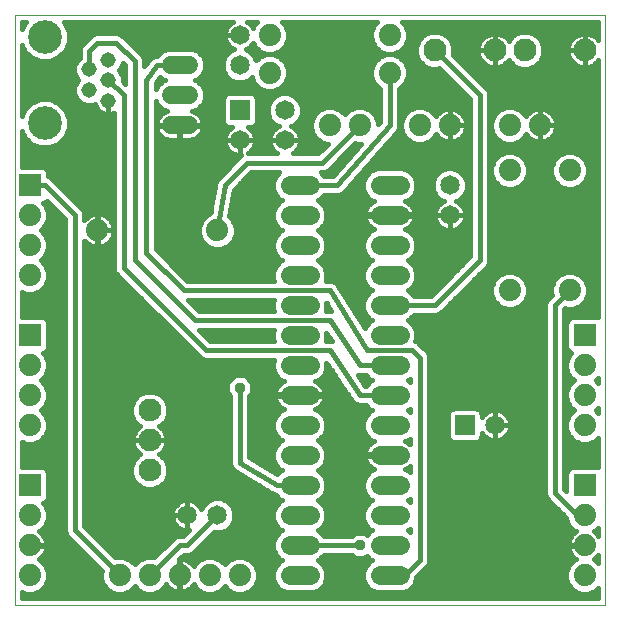
<source format=gbl>
G75*
%MOIN*%
%OFA0B0*%
%FSLAX25Y25*%
%IPPOS*%
%LPD*%
%AMOC8*
5,1,8,0,0,1.08239X$1,22.5*
%
%ADD10C,0.00000*%
%ADD11C,0.06500*%
%ADD12R,0.06500X0.06500*%
%ADD13C,0.07400*%
%ADD14R,0.07400X0.07400*%
%ADD15C,0.07600*%
%ADD16C,0.06496*%
%ADD17C,0.05150*%
%ADD18C,0.11220*%
%ADD19C,0.06000*%
%ADD20C,0.01600*%
%ADD21OC8,0.03562*%
D10*
X0006014Y0001800D02*
X0006014Y0198650D01*
X0202864Y0198650D01*
X0202864Y0001800D01*
X0006014Y0001800D01*
D11*
X0063514Y0031800D03*
X0073514Y0031800D03*
X0166014Y0061800D03*
X0151014Y0131800D03*
X0151014Y0141800D03*
X0096014Y0156800D03*
X0096014Y0166800D03*
X0081014Y0156800D03*
X0081014Y0181800D03*
X0081014Y0191800D03*
D12*
X0081014Y0166800D03*
X0156014Y0061800D03*
D13*
X0196014Y0061800D03*
X0196014Y0071800D03*
X0196014Y0081800D03*
X0191014Y0106800D03*
X0171014Y0106800D03*
X0171014Y0146800D03*
X0171014Y0161800D03*
X0181014Y0161800D03*
X0191014Y0146800D03*
X0151014Y0161800D03*
X0141014Y0161800D03*
X0131014Y0179300D03*
X0131014Y0191800D03*
X0121014Y0161800D03*
X0111014Y0161800D03*
X0091014Y0179300D03*
X0091014Y0191800D03*
X0073514Y0126800D03*
X0033514Y0126800D03*
X0011014Y0121800D03*
X0011014Y0111800D03*
X0011014Y0131800D03*
X0011014Y0081800D03*
X0011014Y0071800D03*
X0011014Y0061800D03*
X0011014Y0031800D03*
X0011014Y0021800D03*
X0011014Y0011800D03*
X0041014Y0011800D03*
X0051014Y0011800D03*
X0061014Y0011800D03*
X0071014Y0011800D03*
X0081014Y0011800D03*
X0196014Y0011800D03*
X0196014Y0021800D03*
X0196014Y0031800D03*
D14*
X0196014Y0041800D03*
X0196014Y0091800D03*
X0011014Y0091800D03*
X0011014Y0041800D03*
X0011014Y0141800D03*
D15*
X0051014Y0066800D03*
X0051014Y0056800D03*
X0051014Y0046800D03*
X0146014Y0186800D03*
X0166014Y0186800D03*
X0176014Y0186800D03*
X0196014Y0186800D03*
D16*
X0134262Y0141800D02*
X0127766Y0141800D01*
X0127766Y0131800D02*
X0134262Y0131800D01*
X0134262Y0121800D02*
X0127766Y0121800D01*
X0127766Y0111800D02*
X0134262Y0111800D01*
X0134262Y0101800D02*
X0127766Y0101800D01*
X0127766Y0091800D02*
X0134262Y0091800D01*
X0134262Y0081800D02*
X0127766Y0081800D01*
X0127766Y0071800D02*
X0134262Y0071800D01*
X0134262Y0061800D02*
X0127766Y0061800D01*
X0127766Y0051800D02*
X0134262Y0051800D01*
X0134262Y0041800D02*
X0127766Y0041800D01*
X0127766Y0031800D02*
X0134262Y0031800D01*
X0134262Y0021800D02*
X0127766Y0021800D01*
X0127766Y0011800D02*
X0134262Y0011800D01*
X0104262Y0011800D02*
X0097766Y0011800D01*
X0097766Y0021800D02*
X0104262Y0021800D01*
X0104262Y0031800D02*
X0097766Y0031800D01*
X0097766Y0041800D02*
X0104262Y0041800D01*
X0104262Y0051800D02*
X0097766Y0051800D01*
X0097766Y0061800D02*
X0104262Y0061800D01*
X0104262Y0071800D02*
X0097766Y0071800D01*
X0097766Y0081800D02*
X0104262Y0081800D01*
X0104262Y0091800D02*
X0097766Y0091800D01*
X0097766Y0101800D02*
X0104262Y0101800D01*
X0104262Y0111800D02*
X0097766Y0111800D01*
X0097766Y0121800D02*
X0104262Y0121800D01*
X0104262Y0131800D02*
X0097766Y0131800D01*
X0097766Y0141800D02*
X0104262Y0141800D01*
D17*
X0037014Y0169800D03*
X0037014Y0176800D03*
X0030814Y0173500D03*
X0030814Y0180400D03*
X0037014Y0183500D03*
D18*
X0016014Y0191170D03*
X0016014Y0162430D03*
D19*
X0058014Y0161800D02*
X0064014Y0161800D01*
X0064014Y0171800D02*
X0058014Y0171800D01*
X0058014Y0181800D02*
X0064014Y0181800D01*
D20*
X0061014Y0181800D02*
X0053514Y0181800D01*
X0049764Y0176800D01*
X0049764Y0119300D01*
X0062264Y0106800D01*
X0111014Y0106800D01*
X0123514Y0086800D01*
X0138514Y0086800D01*
X0141014Y0084300D01*
X0141014Y0016800D01*
X0136014Y0011800D01*
X0131014Y0011800D01*
X0135385Y0006152D02*
X0126642Y0006152D01*
X0124566Y0007012D01*
X0122978Y0008601D01*
X0122118Y0010677D01*
X0122118Y0012923D01*
X0122978Y0014999D01*
X0124566Y0016588D01*
X0125078Y0016800D01*
X0124566Y0017012D01*
X0123352Y0018226D01*
X0122746Y0017619D01*
X0119282Y0017619D01*
X0118301Y0018600D01*
X0109049Y0018600D01*
X0107461Y0017012D01*
X0106950Y0016800D01*
X0107461Y0016588D01*
X0109050Y0014999D01*
X0109910Y0012923D01*
X0109910Y0010677D01*
X0109050Y0008601D01*
X0107461Y0007012D01*
X0105385Y0006152D01*
X0096642Y0006152D01*
X0094566Y0007012D01*
X0092978Y0008601D01*
X0092118Y0010677D01*
X0092118Y0012923D01*
X0092978Y0014999D01*
X0094566Y0016588D01*
X0095078Y0016800D01*
X0094566Y0017012D01*
X0092978Y0018601D01*
X0092118Y0020677D01*
X0092118Y0022923D01*
X0092978Y0024999D01*
X0094566Y0026588D01*
X0095078Y0026800D01*
X0094566Y0027012D01*
X0092978Y0028601D01*
X0092118Y0030677D01*
X0092118Y0032923D01*
X0092978Y0034999D01*
X0094566Y0036588D01*
X0095078Y0036800D01*
X0094566Y0037012D01*
X0092978Y0038600D01*
X0092877Y0038600D01*
X0092653Y0038693D01*
X0092413Y0038729D01*
X0092070Y0038934D01*
X0091701Y0039087D01*
X0091530Y0039259D01*
X0079570Y0046434D01*
X0079201Y0046587D01*
X0079030Y0046759D01*
X0078822Y0046884D01*
X0078584Y0047205D01*
X0078301Y0047487D01*
X0078208Y0047711D01*
X0078064Y0047906D01*
X0077967Y0048294D01*
X0077814Y0048663D01*
X0077814Y0048906D01*
X0077755Y0049141D01*
X0077814Y0049537D01*
X0077814Y0071587D01*
X0076833Y0072568D01*
X0076833Y0076032D01*
X0079282Y0078481D01*
X0082746Y0078481D01*
X0085195Y0076032D01*
X0085195Y0072568D01*
X0084214Y0071587D01*
X0084214Y0051112D01*
X0093511Y0045533D01*
X0094566Y0046588D01*
X0095078Y0046800D01*
X0094566Y0047012D01*
X0092978Y0048601D01*
X0092118Y0050677D01*
X0092118Y0052923D01*
X0092978Y0054999D01*
X0094566Y0056588D01*
X0095078Y0056800D01*
X0094566Y0057012D01*
X0092978Y0058601D01*
X0092118Y0060677D01*
X0092118Y0062923D01*
X0092978Y0064999D01*
X0094566Y0066588D01*
X0095843Y0067117D01*
X0095828Y0067122D01*
X0095120Y0067483D01*
X0094477Y0067950D01*
X0093915Y0068511D01*
X0093448Y0069154D01*
X0093088Y0069862D01*
X0092842Y0070618D01*
X0092718Y0071403D01*
X0092718Y0071517D01*
X0100731Y0071517D01*
X0100731Y0072083D01*
X0092718Y0072083D01*
X0092718Y0072197D01*
X0092842Y0072982D01*
X0093088Y0073738D01*
X0093448Y0074446D01*
X0093915Y0075089D01*
X0094477Y0075650D01*
X0095120Y0076117D01*
X0095828Y0076478D01*
X0095843Y0076483D01*
X0094566Y0077012D01*
X0092978Y0078601D01*
X0092118Y0080677D01*
X0092118Y0082923D01*
X0092398Y0083600D01*
X0069127Y0083600D01*
X0067951Y0084087D01*
X0040451Y0111587D01*
X0039551Y0112487D01*
X0039064Y0113663D01*
X0039064Y0165935D01*
X0038693Y0165746D01*
X0038038Y0165533D01*
X0037358Y0165425D01*
X0037014Y0165425D01*
X0037014Y0169800D01*
X0037014Y0169800D01*
X0037014Y0165425D01*
X0036669Y0165425D01*
X0035989Y0165533D01*
X0035334Y0165746D01*
X0034721Y0166058D01*
X0034164Y0166463D01*
X0033677Y0166950D01*
X0033272Y0167507D01*
X0032959Y0168121D01*
X0032747Y0168776D01*
X0032726Y0168907D01*
X0031803Y0168525D01*
X0029824Y0168525D01*
X0027996Y0169283D01*
X0026596Y0170682D01*
X0025839Y0172510D01*
X0025839Y0174490D01*
X0026596Y0176318D01*
X0027228Y0176950D01*
X0026596Y0177582D01*
X0025839Y0179410D01*
X0025839Y0181390D01*
X0026596Y0183218D01*
X0027614Y0184235D01*
X0027614Y0187237D01*
X0028101Y0188413D01*
X0029001Y0189313D01*
X0031701Y0192013D01*
X0032877Y0192500D01*
X0040400Y0192500D01*
X0041576Y0192013D01*
X0042477Y0191113D01*
X0048727Y0184863D01*
X0049214Y0183687D01*
X0049214Y0181400D01*
X0050712Y0183397D01*
X0050801Y0183613D01*
X0051090Y0183902D01*
X0051336Y0184229D01*
X0051536Y0184348D01*
X0051701Y0184513D01*
X0052079Y0184669D01*
X0052431Y0184878D01*
X0052662Y0184911D01*
X0052877Y0185000D01*
X0053286Y0185000D01*
X0053625Y0185048D01*
X0054955Y0186378D01*
X0056940Y0187200D01*
X0065088Y0187200D01*
X0067073Y0186378D01*
X0068592Y0184859D01*
X0069414Y0182874D01*
X0069414Y0180726D01*
X0068592Y0178741D01*
X0067073Y0177222D01*
X0066054Y0176800D01*
X0067073Y0176378D01*
X0068592Y0174859D01*
X0069414Y0172874D01*
X0069414Y0170726D01*
X0068592Y0168741D01*
X0067073Y0167222D01*
X0065220Y0166455D01*
X0065856Y0166248D01*
X0066530Y0165905D01*
X0067141Y0165461D01*
X0067675Y0164927D01*
X0068119Y0164316D01*
X0068462Y0163643D01*
X0068696Y0162924D01*
X0068814Y0162178D01*
X0068814Y0162000D01*
X0061214Y0162000D01*
X0061214Y0161600D01*
X0068814Y0161600D01*
X0068814Y0161422D01*
X0068696Y0160676D01*
X0068462Y0159957D01*
X0068119Y0159284D01*
X0067675Y0158673D01*
X0067141Y0158139D01*
X0066530Y0157695D01*
X0065856Y0157352D01*
X0065138Y0157118D01*
X0064392Y0157000D01*
X0061214Y0157000D01*
X0061214Y0161600D01*
X0060814Y0161600D01*
X0060814Y0157000D01*
X0057636Y0157000D01*
X0056890Y0157118D01*
X0056171Y0157352D01*
X0055498Y0157695D01*
X0054887Y0158139D01*
X0054353Y0158673D01*
X0053908Y0159284D01*
X0053565Y0159957D01*
X0053332Y0160676D01*
X0053214Y0161422D01*
X0053214Y0161600D01*
X0060814Y0161600D01*
X0060814Y0162000D01*
X0053214Y0162000D01*
X0053214Y0162178D01*
X0053332Y0162924D01*
X0053565Y0163643D01*
X0053908Y0164316D01*
X0054353Y0164927D01*
X0054887Y0165461D01*
X0055498Y0165905D01*
X0056171Y0166248D01*
X0056807Y0166455D01*
X0054955Y0167222D01*
X0053436Y0168741D01*
X0052964Y0169881D01*
X0052964Y0120625D01*
X0063589Y0110000D01*
X0092398Y0110000D01*
X0092118Y0110677D01*
X0092118Y0112923D01*
X0092978Y0114999D01*
X0094566Y0116588D01*
X0095078Y0116800D01*
X0094566Y0117012D01*
X0092978Y0118601D01*
X0092118Y0120677D01*
X0092118Y0122923D01*
X0092978Y0124999D01*
X0094566Y0126588D01*
X0095078Y0126800D01*
X0094566Y0127012D01*
X0092978Y0128601D01*
X0092118Y0130677D01*
X0092118Y0132923D01*
X0092978Y0134999D01*
X0094566Y0136588D01*
X0095078Y0136800D01*
X0094566Y0137012D01*
X0092978Y0138601D01*
X0092118Y0140677D01*
X0092118Y0142923D01*
X0092978Y0144999D01*
X0094078Y0146100D01*
X0084839Y0146100D01*
X0079002Y0140262D01*
X0077527Y0131414D01*
X0078685Y0130255D01*
X0079614Y0128013D01*
X0079614Y0125587D01*
X0078685Y0123345D01*
X0076969Y0121629D01*
X0074727Y0120700D01*
X0072300Y0120700D01*
X0070058Y0121629D01*
X0068342Y0123345D01*
X0067414Y0125587D01*
X0067414Y0128013D01*
X0068342Y0130255D01*
X0070058Y0131971D01*
X0071211Y0132449D01*
X0072814Y0142065D01*
X0072814Y0142437D01*
X0072917Y0142687D01*
X0072962Y0142954D01*
X0073159Y0143269D01*
X0073301Y0143613D01*
X0073492Y0143804D01*
X0073636Y0144034D01*
X0073938Y0144250D01*
X0080801Y0151113D01*
X0081443Y0151755D01*
X0081411Y0151750D01*
X0081014Y0151750D01*
X0081014Y0156800D01*
X0086064Y0156800D01*
X0086064Y0157197D01*
X0085939Y0157983D01*
X0085694Y0158739D01*
X0085333Y0159447D01*
X0084866Y0160090D01*
X0084304Y0160652D01*
X0083661Y0161119D01*
X0083600Y0161150D01*
X0084741Y0161150D01*
X0085623Y0161515D01*
X0086298Y0162191D01*
X0086664Y0163073D01*
X0086664Y0170527D01*
X0086298Y0171409D01*
X0085623Y0172085D01*
X0084741Y0172450D01*
X0077286Y0172450D01*
X0076404Y0172085D01*
X0075729Y0171409D01*
X0075364Y0170527D01*
X0075364Y0163073D01*
X0075729Y0162191D01*
X0076404Y0161515D01*
X0077286Y0161150D01*
X0078428Y0161150D01*
X0078367Y0161119D01*
X0077724Y0160652D01*
X0077162Y0160090D01*
X0076695Y0159447D01*
X0076334Y0158739D01*
X0076088Y0157983D01*
X0075964Y0157197D01*
X0075964Y0156800D01*
X0075964Y0156403D01*
X0076088Y0155617D01*
X0076334Y0154861D01*
X0076695Y0154153D01*
X0077162Y0153510D01*
X0077724Y0152948D01*
X0078367Y0152481D01*
X0079075Y0152120D01*
X0079831Y0151874D01*
X0080616Y0151750D01*
X0081014Y0151750D01*
X0081014Y0156800D01*
X0081014Y0156800D01*
X0086064Y0156800D01*
X0086064Y0156403D01*
X0085939Y0155617D01*
X0085694Y0154861D01*
X0085333Y0154153D01*
X0084866Y0153510D01*
X0084304Y0152948D01*
X0083687Y0152500D01*
X0093341Y0152500D01*
X0092724Y0152948D01*
X0092162Y0153510D01*
X0091695Y0154153D01*
X0091334Y0154861D01*
X0091088Y0155617D01*
X0090964Y0156403D01*
X0090964Y0156800D01*
X0096014Y0156800D01*
X0101064Y0156800D01*
X0101064Y0157197D01*
X0100939Y0157983D01*
X0100694Y0158739D01*
X0100333Y0159447D01*
X0099866Y0160090D01*
X0099304Y0160652D01*
X0098661Y0161119D01*
X0097952Y0161480D01*
X0097942Y0161483D01*
X0099214Y0162010D01*
X0100804Y0163600D01*
X0101664Y0165676D01*
X0101664Y0167924D01*
X0100804Y0170000D01*
X0099214Y0171590D01*
X0097138Y0172450D01*
X0094890Y0172450D01*
X0092813Y0171590D01*
X0091224Y0170000D01*
X0090364Y0167924D01*
X0090364Y0165676D01*
X0091224Y0163600D01*
X0092813Y0162010D01*
X0094085Y0161483D01*
X0094075Y0161480D01*
X0093367Y0161119D01*
X0092724Y0160652D01*
X0092162Y0160090D01*
X0091695Y0159447D01*
X0091334Y0158739D01*
X0091088Y0157983D01*
X0090964Y0157197D01*
X0090964Y0156800D01*
X0096014Y0156800D01*
X0096014Y0156800D01*
X0101064Y0156800D01*
X0101064Y0156403D01*
X0100939Y0155617D01*
X0100694Y0154861D01*
X0100333Y0154153D01*
X0099866Y0153510D01*
X0099304Y0152948D01*
X0098687Y0152500D01*
X0107188Y0152500D01*
X0110388Y0155700D01*
X0109800Y0155700D01*
X0107558Y0156629D01*
X0105842Y0158345D01*
X0104914Y0160587D01*
X0104914Y0163013D01*
X0105842Y0165255D01*
X0107558Y0166971D01*
X0109800Y0167900D01*
X0112227Y0167900D01*
X0114469Y0166971D01*
X0116014Y0165427D01*
X0117558Y0166971D01*
X0119800Y0167900D01*
X0122227Y0167900D01*
X0124469Y0166971D01*
X0126185Y0165255D01*
X0127114Y0163013D01*
X0127114Y0162202D01*
X0127814Y0163002D01*
X0127814Y0174023D01*
X0127558Y0174129D01*
X0125842Y0175845D01*
X0124914Y0178087D01*
X0124914Y0180513D01*
X0125842Y0182755D01*
X0127558Y0184471D01*
X0129800Y0185400D01*
X0132227Y0185400D01*
X0134469Y0184471D01*
X0136185Y0182755D01*
X0137114Y0180513D01*
X0137114Y0178087D01*
X0136185Y0175845D01*
X0134469Y0174129D01*
X0134214Y0174023D01*
X0134214Y0161906D01*
X0134249Y0161378D01*
X0134214Y0161274D01*
X0134214Y0161163D01*
X0134011Y0160674D01*
X0133841Y0160172D01*
X0133769Y0160089D01*
X0133727Y0159987D01*
X0133352Y0159613D01*
X0116269Y0140089D01*
X0116227Y0139987D01*
X0115852Y0139613D01*
X0115503Y0139214D01*
X0115404Y0139165D01*
X0115326Y0139087D01*
X0114837Y0138884D01*
X0114362Y0138649D01*
X0114252Y0138642D01*
X0114150Y0138600D01*
X0113620Y0138600D01*
X0113092Y0138565D01*
X0112987Y0138600D01*
X0109049Y0138600D01*
X0107461Y0137012D01*
X0106950Y0136800D01*
X0107461Y0136588D01*
X0109050Y0134999D01*
X0109910Y0132923D01*
X0109910Y0130677D01*
X0109050Y0128601D01*
X0107461Y0127012D01*
X0106950Y0126800D01*
X0107461Y0126588D01*
X0109050Y0124999D01*
X0109910Y0122923D01*
X0109910Y0120677D01*
X0109050Y0118601D01*
X0107461Y0117012D01*
X0106950Y0116800D01*
X0107461Y0116588D01*
X0109050Y0114999D01*
X0109910Y0112923D01*
X0109910Y0110677D01*
X0109630Y0110000D01*
X0110748Y0110000D01*
X0111113Y0110061D01*
X0111378Y0110000D01*
X0111650Y0110000D01*
X0111993Y0109858D01*
X0112354Y0109775D01*
X0112575Y0109617D01*
X0112826Y0109513D01*
X0113088Y0109251D01*
X0113390Y0109036D01*
X0113534Y0108805D01*
X0113727Y0108613D01*
X0113868Y0108270D01*
X0122653Y0094215D01*
X0122978Y0094999D01*
X0124566Y0096588D01*
X0125078Y0096800D01*
X0124566Y0097012D01*
X0122978Y0098601D01*
X0122118Y0100677D01*
X0122118Y0102923D01*
X0122978Y0104999D01*
X0124566Y0106588D01*
X0125078Y0106800D01*
X0124566Y0107012D01*
X0122978Y0108601D01*
X0122118Y0110677D01*
X0122118Y0112923D01*
X0122978Y0114999D01*
X0124566Y0116588D01*
X0125078Y0116800D01*
X0124566Y0117012D01*
X0122978Y0118601D01*
X0122118Y0120677D01*
X0122118Y0122923D01*
X0122978Y0124999D01*
X0124566Y0126588D01*
X0125843Y0127117D01*
X0125828Y0127122D01*
X0125120Y0127483D01*
X0124477Y0127950D01*
X0123915Y0128511D01*
X0123448Y0129154D01*
X0123088Y0129862D01*
X0122842Y0130618D01*
X0122718Y0131403D01*
X0122718Y0131517D01*
X0130731Y0131517D01*
X0130731Y0132083D01*
X0122718Y0132083D01*
X0122718Y0132197D01*
X0122842Y0132982D01*
X0123088Y0133738D01*
X0123448Y0134446D01*
X0123915Y0135089D01*
X0124477Y0135650D01*
X0125120Y0136117D01*
X0125828Y0136478D01*
X0125843Y0136483D01*
X0124566Y0137012D01*
X0122978Y0138601D01*
X0122118Y0140677D01*
X0122118Y0142923D01*
X0122978Y0144999D01*
X0124566Y0146588D01*
X0126642Y0147448D01*
X0135385Y0147448D01*
X0137461Y0146588D01*
X0139050Y0144999D01*
X0139910Y0142923D01*
X0139910Y0140677D01*
X0139050Y0138601D01*
X0137461Y0137012D01*
X0136185Y0136483D01*
X0136200Y0136478D01*
X0136908Y0136117D01*
X0137550Y0135650D01*
X0138112Y0135089D01*
X0138579Y0134446D01*
X0138940Y0133738D01*
X0139186Y0132982D01*
X0139310Y0132197D01*
X0139310Y0132083D01*
X0131297Y0132083D01*
X0131297Y0131517D01*
X0139310Y0131517D01*
X0139310Y0131403D01*
X0139186Y0130618D01*
X0138940Y0129862D01*
X0138579Y0129154D01*
X0138112Y0128511D01*
X0137550Y0127950D01*
X0136908Y0127483D01*
X0136200Y0127122D01*
X0136185Y0127117D01*
X0137461Y0126588D01*
X0139050Y0124999D01*
X0139910Y0122923D01*
X0139910Y0120677D01*
X0139050Y0118601D01*
X0137461Y0117012D01*
X0136950Y0116800D01*
X0137461Y0116588D01*
X0139050Y0114999D01*
X0139910Y0112923D01*
X0139910Y0110677D01*
X0139050Y0108601D01*
X0137461Y0107012D01*
X0136950Y0106800D01*
X0137461Y0106588D01*
X0139049Y0105000D01*
X0144688Y0105000D01*
X0157814Y0118125D01*
X0157814Y0170475D01*
X0147559Y0180729D01*
X0147247Y0180600D01*
X0144781Y0180600D01*
X0142502Y0181544D01*
X0140758Y0183288D01*
X0139814Y0185567D01*
X0139814Y0188033D01*
X0140758Y0190312D01*
X0142502Y0192056D01*
X0144781Y0193000D01*
X0147247Y0193000D01*
X0149526Y0192056D01*
X0151270Y0190312D01*
X0152214Y0188033D01*
X0152214Y0185567D01*
X0152085Y0185255D01*
X0162826Y0174513D01*
X0163727Y0173613D01*
X0164214Y0172437D01*
X0164214Y0116163D01*
X0163727Y0114987D01*
X0148727Y0099987D01*
X0147826Y0099087D01*
X0146650Y0098600D01*
X0139049Y0098600D01*
X0137461Y0097012D01*
X0136950Y0096800D01*
X0137461Y0096588D01*
X0139050Y0094999D01*
X0139910Y0092923D01*
X0139910Y0090677D01*
X0139559Y0089831D01*
X0140326Y0089513D01*
X0141227Y0088613D01*
X0143727Y0086113D01*
X0144214Y0084937D01*
X0144214Y0016163D01*
X0143727Y0014987D01*
X0142826Y0014087D01*
X0142826Y0014087D01*
X0139910Y0011171D01*
X0139910Y0010677D01*
X0139050Y0008601D01*
X0137461Y0007012D01*
X0135385Y0006152D01*
X0136456Y0006596D02*
X0192638Y0006596D01*
X0192558Y0006629D02*
X0194800Y0005700D01*
X0197227Y0005700D01*
X0199469Y0006629D01*
X0200464Y0007623D01*
X0200464Y0004200D01*
X0008414Y0004200D01*
X0008414Y0006274D01*
X0009800Y0005700D01*
X0012227Y0005700D01*
X0014469Y0006629D01*
X0016185Y0008345D01*
X0017114Y0010587D01*
X0017114Y0013013D01*
X0016185Y0015255D01*
X0014469Y0016971D01*
X0013995Y0017168D01*
X0014597Y0017605D01*
X0015209Y0018217D01*
X0015718Y0018917D01*
X0016111Y0019689D01*
X0016378Y0020512D01*
X0016514Y0021367D01*
X0016514Y0021600D01*
X0011214Y0021600D01*
X0011214Y0022000D01*
X0016514Y0022000D01*
X0016514Y0022233D01*
X0016378Y0023088D01*
X0016111Y0023911D01*
X0015718Y0024683D01*
X0015209Y0025383D01*
X0014597Y0025995D01*
X0013995Y0026432D01*
X0014469Y0026629D01*
X0016185Y0028345D01*
X0017114Y0030587D01*
X0017114Y0033013D01*
X0016185Y0035255D01*
X0015580Y0035861D01*
X0016073Y0036065D01*
X0016748Y0036741D01*
X0017114Y0037623D01*
X0017114Y0045977D01*
X0016748Y0046859D01*
X0016073Y0047535D01*
X0015191Y0047900D01*
X0008414Y0047900D01*
X0008414Y0056274D01*
X0009800Y0055700D01*
X0012227Y0055700D01*
X0014469Y0056629D01*
X0016185Y0058345D01*
X0017114Y0060587D01*
X0017114Y0063013D01*
X0016185Y0065255D01*
X0014640Y0066800D01*
X0016185Y0068345D01*
X0017114Y0070587D01*
X0017114Y0073013D01*
X0016185Y0075255D01*
X0014640Y0076800D01*
X0016185Y0078345D01*
X0017114Y0080587D01*
X0017114Y0083013D01*
X0016185Y0085255D01*
X0015580Y0085861D01*
X0016073Y0086065D01*
X0016748Y0086741D01*
X0017114Y0087623D01*
X0017114Y0095977D01*
X0016748Y0096859D01*
X0016073Y0097535D01*
X0015191Y0097900D01*
X0008414Y0097900D01*
X0008414Y0106274D01*
X0009800Y0105700D01*
X0012227Y0105700D01*
X0014469Y0106629D01*
X0016185Y0108345D01*
X0017114Y0110587D01*
X0017114Y0113013D01*
X0016185Y0115255D01*
X0014640Y0116800D01*
X0016185Y0118345D01*
X0017114Y0120587D01*
X0017114Y0123013D01*
X0016185Y0125255D01*
X0014640Y0126800D01*
X0016185Y0128345D01*
X0017114Y0130587D01*
X0017114Y0133013D01*
X0016185Y0135255D01*
X0015580Y0135861D01*
X0016073Y0136065D01*
X0016648Y0136640D01*
X0022814Y0130475D01*
X0022814Y0026163D01*
X0023301Y0024987D01*
X0035020Y0013269D01*
X0034914Y0013013D01*
X0034914Y0010587D01*
X0035842Y0008345D01*
X0037558Y0006629D01*
X0039800Y0005700D01*
X0042227Y0005700D01*
X0044469Y0006629D01*
X0046014Y0008173D01*
X0047558Y0006629D01*
X0049800Y0005700D01*
X0052227Y0005700D01*
X0054469Y0006629D01*
X0056185Y0008345D01*
X0056381Y0008819D01*
X0056819Y0008217D01*
X0057431Y0007605D01*
X0058131Y0007096D01*
X0058903Y0006703D01*
X0059726Y0006435D01*
X0060581Y0006300D01*
X0060814Y0006300D01*
X0060814Y0011600D01*
X0061214Y0011600D01*
X0061214Y0006300D01*
X0061447Y0006300D01*
X0062302Y0006435D01*
X0063125Y0006703D01*
X0063896Y0007096D01*
X0064597Y0007605D01*
X0065209Y0008217D01*
X0065646Y0008819D01*
X0065842Y0008345D01*
X0067558Y0006629D01*
X0069800Y0005700D01*
X0072227Y0005700D01*
X0074469Y0006629D01*
X0076014Y0008173D01*
X0077558Y0006629D01*
X0079800Y0005700D01*
X0082227Y0005700D01*
X0084469Y0006629D01*
X0086185Y0008345D01*
X0087114Y0010587D01*
X0087114Y0013013D01*
X0086185Y0015255D01*
X0084469Y0016971D01*
X0082227Y0017900D01*
X0079800Y0017900D01*
X0077558Y0016971D01*
X0076014Y0015427D01*
X0074469Y0016971D01*
X0072227Y0017900D01*
X0069800Y0017900D01*
X0067558Y0016971D01*
X0065842Y0015255D01*
X0065646Y0014781D01*
X0065209Y0015383D01*
X0064597Y0015995D01*
X0063896Y0016504D01*
X0063125Y0016897D01*
X0062302Y0017165D01*
X0061447Y0017300D01*
X0061214Y0017300D01*
X0061214Y0012000D01*
X0060814Y0012000D01*
X0060814Y0017074D01*
X0062339Y0018600D01*
X0064150Y0018600D01*
X0065326Y0019087D01*
X0072389Y0026150D01*
X0072390Y0026150D01*
X0074638Y0026150D01*
X0076714Y0027010D01*
X0078304Y0028600D01*
X0079164Y0030676D01*
X0079164Y0032924D01*
X0078304Y0035000D01*
X0076714Y0036590D01*
X0074638Y0037450D01*
X0072390Y0037450D01*
X0070313Y0036590D01*
X0068724Y0035000D01*
X0068197Y0033728D01*
X0068194Y0033739D01*
X0067833Y0034447D01*
X0067366Y0035090D01*
X0066804Y0035652D01*
X0066161Y0036119D01*
X0065452Y0036480D01*
X0064696Y0036726D01*
X0063911Y0036850D01*
X0063514Y0036850D01*
X0063514Y0031800D01*
X0063514Y0026750D01*
X0063911Y0026750D01*
X0063943Y0026755D01*
X0062188Y0025000D01*
X0060377Y0025000D01*
X0059201Y0024513D01*
X0058301Y0023613D01*
X0052483Y0017794D01*
X0052227Y0017900D01*
X0049800Y0017900D01*
X0047558Y0016971D01*
X0046014Y0015427D01*
X0044469Y0016971D01*
X0042227Y0017900D01*
X0039800Y0017900D01*
X0039545Y0017794D01*
X0029214Y0028125D01*
X0029214Y0123361D01*
X0029319Y0123217D01*
X0029931Y0122605D01*
X0030631Y0122096D01*
X0031403Y0121703D01*
X0032226Y0121435D01*
X0033081Y0121300D01*
X0033428Y0121300D01*
X0033428Y0126714D01*
X0033600Y0126714D01*
X0033600Y0126886D01*
X0039014Y0126886D01*
X0039014Y0127233D01*
X0038878Y0128088D01*
X0038611Y0128911D01*
X0038218Y0129683D01*
X0037709Y0130383D01*
X0037097Y0130995D01*
X0036396Y0131504D01*
X0035625Y0131897D01*
X0034802Y0132165D01*
X0033947Y0132300D01*
X0033600Y0132300D01*
X0033600Y0126886D01*
X0033428Y0126886D01*
X0033428Y0132300D01*
X0033081Y0132300D01*
X0032226Y0132165D01*
X0031403Y0131897D01*
X0030631Y0131504D01*
X0029931Y0130995D01*
X0029319Y0130383D01*
X0029214Y0130239D01*
X0029214Y0132437D01*
X0028727Y0133613D01*
X0018727Y0143613D01*
X0017826Y0144513D01*
X0017114Y0144808D01*
X0017114Y0145977D01*
X0016748Y0146859D01*
X0016073Y0147535D01*
X0015191Y0147900D01*
X0008414Y0147900D01*
X0008414Y0159846D01*
X0009223Y0157892D01*
X0011476Y0155639D01*
X0014420Y0154420D01*
X0017607Y0154420D01*
X0020551Y0155639D01*
X0022805Y0157892D01*
X0024024Y0160837D01*
X0024024Y0164023D01*
X0022805Y0166967D01*
X0020551Y0169221D01*
X0017607Y0170440D01*
X0014420Y0170440D01*
X0011476Y0169221D01*
X0009223Y0166967D01*
X0008414Y0165014D01*
X0008414Y0188586D01*
X0009223Y0186633D01*
X0011476Y0184379D01*
X0014420Y0183160D01*
X0017607Y0183160D01*
X0020551Y0184379D01*
X0022805Y0186633D01*
X0024024Y0189577D01*
X0024024Y0192763D01*
X0022805Y0195708D01*
X0022262Y0196250D01*
X0078624Y0196250D01*
X0078367Y0196119D01*
X0077724Y0195652D01*
X0077162Y0195090D01*
X0076695Y0194447D01*
X0076334Y0193739D01*
X0076088Y0192983D01*
X0075964Y0192197D01*
X0075964Y0191800D01*
X0075964Y0191403D01*
X0076088Y0190617D01*
X0076334Y0189861D01*
X0076695Y0189153D01*
X0077162Y0188510D01*
X0077724Y0187948D01*
X0078367Y0187481D01*
X0079075Y0187120D01*
X0079085Y0187117D01*
X0077813Y0186590D01*
X0076224Y0185000D01*
X0075364Y0182924D01*
X0075364Y0180676D01*
X0076224Y0178600D01*
X0077813Y0177010D01*
X0079890Y0176150D01*
X0082138Y0176150D01*
X0084214Y0177010D01*
X0085024Y0177820D01*
X0085842Y0175845D01*
X0087558Y0174129D01*
X0089800Y0173200D01*
X0092227Y0173200D01*
X0094469Y0174129D01*
X0096185Y0175845D01*
X0097114Y0178087D01*
X0097114Y0180513D01*
X0096185Y0182755D01*
X0094469Y0184471D01*
X0092227Y0185400D01*
X0089800Y0185400D01*
X0087558Y0184471D01*
X0086473Y0183385D01*
X0085804Y0185000D01*
X0084214Y0186590D01*
X0082942Y0187117D01*
X0082952Y0187120D01*
X0083661Y0187481D01*
X0084304Y0187948D01*
X0084866Y0188510D01*
X0085333Y0189153D01*
X0085429Y0189342D01*
X0085842Y0188345D01*
X0087558Y0186629D01*
X0089800Y0185700D01*
X0092227Y0185700D01*
X0094469Y0186629D01*
X0096185Y0188345D01*
X0097114Y0190587D01*
X0097114Y0193013D01*
X0096185Y0195255D01*
X0095190Y0196250D01*
X0126837Y0196250D01*
X0125842Y0195255D01*
X0124914Y0193013D01*
X0124914Y0190587D01*
X0125842Y0188345D01*
X0127558Y0186629D01*
X0129800Y0185700D01*
X0132227Y0185700D01*
X0134469Y0186629D01*
X0136185Y0188345D01*
X0137114Y0190587D01*
X0137114Y0193013D01*
X0136185Y0195255D01*
X0135190Y0196250D01*
X0200464Y0196250D01*
X0200464Y0190202D01*
X0200285Y0190448D01*
X0199662Y0191071D01*
X0198949Y0191590D01*
X0198163Y0191990D01*
X0197325Y0192262D01*
X0196455Y0192400D01*
X0196100Y0192400D01*
X0196100Y0186886D01*
X0195928Y0186886D01*
X0195928Y0192400D01*
X0195573Y0192400D01*
X0194702Y0192262D01*
X0193864Y0191990D01*
X0193079Y0191590D01*
X0192366Y0191071D01*
X0191742Y0190448D01*
X0191224Y0189735D01*
X0190824Y0188950D01*
X0190552Y0188111D01*
X0190414Y0187241D01*
X0190414Y0186886D01*
X0195928Y0186886D01*
X0195928Y0186714D01*
X0196100Y0186714D01*
X0196100Y0181200D01*
X0196455Y0181200D01*
X0197325Y0181338D01*
X0198163Y0181610D01*
X0198949Y0182010D01*
X0199662Y0182529D01*
X0200285Y0183152D01*
X0200464Y0183398D01*
X0200464Y0097787D01*
X0200191Y0097900D01*
X0191836Y0097900D01*
X0190954Y0097535D01*
X0190279Y0096859D01*
X0189914Y0095977D01*
X0189914Y0087623D01*
X0190279Y0086741D01*
X0190954Y0086065D01*
X0191448Y0085861D01*
X0190842Y0085255D01*
X0189914Y0083013D01*
X0189914Y0080587D01*
X0190842Y0078345D01*
X0192387Y0076800D01*
X0190842Y0075255D01*
X0189914Y0073013D01*
X0189914Y0070587D01*
X0190842Y0068345D01*
X0192387Y0066800D01*
X0190842Y0065255D01*
X0189914Y0063013D01*
X0189914Y0060587D01*
X0190842Y0058345D01*
X0192558Y0056629D01*
X0194800Y0055700D01*
X0197227Y0055700D01*
X0199469Y0056629D01*
X0200464Y0057623D01*
X0200464Y0047787D01*
X0200191Y0047900D01*
X0191836Y0047900D01*
X0190954Y0047535D01*
X0190279Y0046859D01*
X0189914Y0045977D01*
X0189914Y0039925D01*
X0189214Y0040625D01*
X0189214Y0100475D01*
X0189545Y0100806D01*
X0189800Y0100700D01*
X0192227Y0100700D01*
X0194469Y0101629D01*
X0196185Y0103345D01*
X0197114Y0105587D01*
X0197114Y0108013D01*
X0196185Y0110255D01*
X0194469Y0111971D01*
X0192227Y0112900D01*
X0189800Y0112900D01*
X0187558Y0111971D01*
X0185842Y0110255D01*
X0184914Y0108013D01*
X0184914Y0105587D01*
X0185020Y0105331D01*
X0183301Y0103613D01*
X0182814Y0102437D01*
X0182814Y0038663D01*
X0183301Y0037487D01*
X0184201Y0036587D01*
X0189914Y0030875D01*
X0189914Y0030587D01*
X0190842Y0028345D01*
X0192558Y0026629D01*
X0193032Y0026432D01*
X0192431Y0025995D01*
X0191819Y0025383D01*
X0191310Y0024683D01*
X0190917Y0023911D01*
X0190649Y0023088D01*
X0190514Y0022233D01*
X0190514Y0022000D01*
X0195814Y0022000D01*
X0195814Y0021600D01*
X0190514Y0021600D01*
X0190514Y0021367D01*
X0190649Y0020512D01*
X0190917Y0019689D01*
X0191310Y0018917D01*
X0191819Y0018217D01*
X0192431Y0017605D01*
X0193032Y0017168D01*
X0192558Y0016971D01*
X0190842Y0015255D01*
X0189914Y0013013D01*
X0189914Y0010587D01*
X0190842Y0008345D01*
X0192558Y0006629D01*
X0190993Y0008194D02*
X0138643Y0008194D01*
X0139544Y0009793D02*
X0190243Y0009793D01*
X0189914Y0011391D02*
X0140130Y0011391D01*
X0141729Y0012990D02*
X0189914Y0012990D01*
X0190566Y0014588D02*
X0143327Y0014588D01*
X0144214Y0016187D02*
X0191774Y0016187D01*
X0192250Y0017785D02*
X0144214Y0017785D01*
X0144214Y0019384D02*
X0191072Y0019384D01*
X0190575Y0020982D02*
X0144214Y0020982D01*
X0144214Y0022581D02*
X0190569Y0022581D01*
X0191053Y0024179D02*
X0144214Y0024179D01*
X0144214Y0025778D02*
X0192213Y0025778D01*
X0191811Y0027376D02*
X0144214Y0027376D01*
X0144214Y0028975D02*
X0190581Y0028975D01*
X0189919Y0030573D02*
X0144214Y0030573D01*
X0144214Y0032172D02*
X0188617Y0032172D01*
X0187018Y0033770D02*
X0144214Y0033770D01*
X0144214Y0035369D02*
X0185420Y0035369D01*
X0183821Y0036967D02*
X0144214Y0036967D01*
X0144214Y0038566D02*
X0182854Y0038566D01*
X0182814Y0040164D02*
X0144214Y0040164D01*
X0144214Y0041763D02*
X0182814Y0041763D01*
X0182814Y0043361D02*
X0144214Y0043361D01*
X0144214Y0044960D02*
X0182814Y0044960D01*
X0182814Y0046558D02*
X0144214Y0046558D01*
X0144214Y0048157D02*
X0182814Y0048157D01*
X0182814Y0049755D02*
X0144214Y0049755D01*
X0144214Y0051354D02*
X0182814Y0051354D01*
X0182814Y0052952D02*
X0144214Y0052952D01*
X0144214Y0054551D02*
X0182814Y0054551D01*
X0182814Y0056149D02*
X0144214Y0056149D01*
X0144214Y0057748D02*
X0150498Y0057748D01*
X0150364Y0058073D02*
X0150729Y0057191D01*
X0151404Y0056515D01*
X0152286Y0056150D01*
X0159741Y0056150D01*
X0160623Y0056515D01*
X0161298Y0057191D01*
X0161664Y0058073D01*
X0161664Y0059214D01*
X0161695Y0059153D01*
X0162162Y0058510D01*
X0162724Y0057948D01*
X0163367Y0057481D01*
X0164075Y0057120D01*
X0164831Y0056874D01*
X0165616Y0056750D01*
X0166014Y0056750D01*
X0166411Y0056750D01*
X0167196Y0056874D01*
X0167952Y0057120D01*
X0168661Y0057481D01*
X0169304Y0057948D01*
X0169866Y0058510D01*
X0170333Y0059153D01*
X0170694Y0059861D01*
X0170939Y0060617D01*
X0171064Y0061403D01*
X0171064Y0061800D01*
X0171064Y0062197D01*
X0170939Y0062983D01*
X0170694Y0063739D01*
X0170333Y0064447D01*
X0169866Y0065090D01*
X0169304Y0065652D01*
X0168661Y0066119D01*
X0167952Y0066480D01*
X0167196Y0066726D01*
X0166411Y0066850D01*
X0166014Y0066850D01*
X0166014Y0061800D01*
X0171064Y0061800D01*
X0166014Y0061800D01*
X0166014Y0061800D01*
X0166014Y0056750D01*
X0166014Y0061800D01*
X0166014Y0061800D01*
X0166014Y0061800D01*
X0166014Y0066850D01*
X0165616Y0066850D01*
X0164831Y0066726D01*
X0164075Y0066480D01*
X0163367Y0066119D01*
X0162724Y0065652D01*
X0162162Y0065090D01*
X0161695Y0064447D01*
X0161664Y0064386D01*
X0161664Y0065527D01*
X0161298Y0066409D01*
X0160623Y0067085D01*
X0159741Y0067450D01*
X0152286Y0067450D01*
X0151404Y0067085D01*
X0150729Y0066409D01*
X0150364Y0065527D01*
X0150364Y0058073D01*
X0150364Y0059346D02*
X0144214Y0059346D01*
X0144214Y0060945D02*
X0150364Y0060945D01*
X0150364Y0062543D02*
X0144214Y0062543D01*
X0144214Y0064142D02*
X0150364Y0064142D01*
X0150452Y0065740D02*
X0144214Y0065740D01*
X0144214Y0067339D02*
X0152018Y0067339D01*
X0160009Y0067339D02*
X0182814Y0067339D01*
X0182814Y0068937D02*
X0144214Y0068937D01*
X0144214Y0070536D02*
X0182814Y0070536D01*
X0182814Y0072134D02*
X0144214Y0072134D01*
X0144214Y0073733D02*
X0182814Y0073733D01*
X0182814Y0075332D02*
X0144214Y0075332D01*
X0144214Y0076930D02*
X0182814Y0076930D01*
X0182814Y0078529D02*
X0144214Y0078529D01*
X0144214Y0080127D02*
X0182814Y0080127D01*
X0182814Y0081726D02*
X0144214Y0081726D01*
X0144214Y0083324D02*
X0182814Y0083324D01*
X0182814Y0084923D02*
X0144214Y0084923D01*
X0143318Y0086521D02*
X0182814Y0086521D01*
X0182814Y0088120D02*
X0141720Y0088120D01*
X0139831Y0089718D02*
X0182814Y0089718D01*
X0182814Y0091317D02*
X0139910Y0091317D01*
X0139910Y0092915D02*
X0182814Y0092915D01*
X0182814Y0094514D02*
X0139251Y0094514D01*
X0137937Y0096112D02*
X0182814Y0096112D01*
X0182814Y0097711D02*
X0138160Y0097711D01*
X0138346Y0105703D02*
X0145392Y0105703D01*
X0146990Y0107302D02*
X0137751Y0107302D01*
X0139174Y0108900D02*
X0148589Y0108900D01*
X0150187Y0110499D02*
X0139836Y0110499D01*
X0139910Y0112097D02*
X0151786Y0112097D01*
X0153384Y0113696D02*
X0139590Y0113696D01*
X0138755Y0115294D02*
X0154983Y0115294D01*
X0156581Y0116893D02*
X0137174Y0116893D01*
X0138941Y0118491D02*
X0157814Y0118491D01*
X0157814Y0120090D02*
X0139667Y0120090D01*
X0139910Y0121688D02*
X0157814Y0121688D01*
X0157814Y0123287D02*
X0139759Y0123287D01*
X0139097Y0124885D02*
X0157814Y0124885D01*
X0157814Y0126484D02*
X0137565Y0126484D01*
X0137683Y0128082D02*
X0147590Y0128082D01*
X0147724Y0127948D02*
X0148367Y0127481D01*
X0149075Y0127120D01*
X0149831Y0126874D01*
X0150616Y0126750D01*
X0151014Y0126750D01*
X0151411Y0126750D01*
X0152196Y0126874D01*
X0152952Y0127120D01*
X0153661Y0127481D01*
X0154304Y0127948D01*
X0154866Y0128510D01*
X0155333Y0129153D01*
X0155694Y0129861D01*
X0155939Y0130617D01*
X0156064Y0131403D01*
X0156064Y0131800D01*
X0156064Y0132197D01*
X0155939Y0132983D01*
X0155694Y0133739D01*
X0155333Y0134447D01*
X0154866Y0135090D01*
X0154304Y0135652D01*
X0153661Y0136119D01*
X0152952Y0136480D01*
X0152942Y0136483D01*
X0154214Y0137010D01*
X0155804Y0138600D01*
X0156664Y0140676D01*
X0156664Y0142924D01*
X0155804Y0145000D01*
X0154214Y0146590D01*
X0152138Y0147450D01*
X0149890Y0147450D01*
X0147813Y0146590D01*
X0146224Y0145000D01*
X0145364Y0142924D01*
X0145364Y0140676D01*
X0146224Y0138600D01*
X0147813Y0137010D01*
X0149085Y0136483D01*
X0149075Y0136480D01*
X0148367Y0136119D01*
X0147724Y0135652D01*
X0147162Y0135090D01*
X0146695Y0134447D01*
X0146334Y0133739D01*
X0146088Y0132983D01*
X0145964Y0132197D01*
X0145964Y0131800D01*
X0145964Y0131403D01*
X0146088Y0130617D01*
X0146334Y0129861D01*
X0146695Y0129153D01*
X0147162Y0128510D01*
X0147724Y0127948D01*
X0146426Y0129681D02*
X0138848Y0129681D01*
X0139290Y0131279D02*
X0145983Y0131279D01*
X0145964Y0131800D02*
X0151014Y0131800D01*
X0156064Y0131800D01*
X0151014Y0131800D01*
X0151014Y0131800D01*
X0151014Y0126750D01*
X0151014Y0131800D01*
X0151014Y0131800D01*
X0151014Y0131800D01*
X0145964Y0131800D01*
X0146072Y0132878D02*
X0139202Y0132878D01*
X0138557Y0134476D02*
X0146716Y0134476D01*
X0148306Y0136075D02*
X0136966Y0136075D01*
X0138123Y0137673D02*
X0147150Y0137673D01*
X0145945Y0139272D02*
X0139328Y0139272D01*
X0139910Y0140870D02*
X0145364Y0140870D01*
X0145364Y0142469D02*
X0139910Y0142469D01*
X0139436Y0144068D02*
X0145838Y0144068D01*
X0146890Y0145666D02*
X0138383Y0145666D01*
X0135828Y0147265D02*
X0149442Y0147265D01*
X0152585Y0147265D02*
X0157814Y0147265D01*
X0157814Y0148863D02*
X0123946Y0148863D01*
X0122547Y0147265D02*
X0126199Y0147265D01*
X0123644Y0145666D02*
X0121149Y0145666D01*
X0119750Y0144068D02*
X0122592Y0144068D01*
X0122118Y0142469D02*
X0118351Y0142469D01*
X0116952Y0140870D02*
X0122118Y0140870D01*
X0122699Y0139272D02*
X0115554Y0139272D01*
X0113514Y0141800D02*
X0131014Y0161800D01*
X0131014Y0179300D01*
X0134910Y0184030D02*
X0140450Y0184030D01*
X0139814Y0185629D02*
X0085175Y0185629D01*
X0086205Y0184030D02*
X0087117Y0184030D01*
X0086960Y0187227D02*
X0083163Y0187227D01*
X0085095Y0188826D02*
X0085643Y0188826D01*
X0081014Y0191800D02*
X0075964Y0191800D01*
X0081014Y0191800D01*
X0081014Y0191800D01*
X0076932Y0188826D02*
X0044763Y0188826D01*
X0043165Y0190424D02*
X0076151Y0190424D01*
X0075964Y0192023D02*
X0041552Y0192023D01*
X0039764Y0189300D02*
X0033514Y0189300D01*
X0030814Y0186600D01*
X0030814Y0180400D01*
X0027409Y0184030D02*
X0019709Y0184030D01*
X0021801Y0185629D02*
X0027614Y0185629D01*
X0027614Y0187227D02*
X0023051Y0187227D01*
X0023713Y0188826D02*
X0028514Y0188826D01*
X0030113Y0190424D02*
X0024024Y0190424D01*
X0024024Y0192023D02*
X0031725Y0192023D01*
X0023669Y0193621D02*
X0076296Y0193621D01*
X0077292Y0195220D02*
X0023007Y0195220D01*
X0012319Y0184030D02*
X0008414Y0184030D01*
X0008414Y0182432D02*
X0026271Y0182432D01*
X0025839Y0180833D02*
X0008414Y0180833D01*
X0008414Y0179235D02*
X0025912Y0179235D01*
X0026574Y0177636D02*
X0008414Y0177636D01*
X0008414Y0176038D02*
X0026480Y0176038D01*
X0025839Y0174439D02*
X0008414Y0174439D01*
X0008414Y0172841D02*
X0025839Y0172841D01*
X0026364Y0171242D02*
X0008414Y0171242D01*
X0008414Y0169644D02*
X0012498Y0169644D01*
X0010301Y0168045D02*
X0008414Y0168045D01*
X0008414Y0166447D02*
X0009007Y0166447D01*
X0008990Y0158454D02*
X0008414Y0158454D01*
X0008414Y0156856D02*
X0010260Y0156856D01*
X0008414Y0155257D02*
X0012399Y0155257D01*
X0008414Y0153659D02*
X0039064Y0153659D01*
X0039064Y0155257D02*
X0019629Y0155257D01*
X0021768Y0156856D02*
X0039064Y0156856D01*
X0039064Y0158454D02*
X0023037Y0158454D01*
X0023699Y0160053D02*
X0039064Y0160053D01*
X0039064Y0161651D02*
X0024024Y0161651D01*
X0024024Y0163250D02*
X0039064Y0163250D01*
X0039064Y0164848D02*
X0023682Y0164848D01*
X0023020Y0166447D02*
X0034186Y0166447D01*
X0032998Y0168045D02*
X0021727Y0168045D01*
X0019530Y0169644D02*
X0027635Y0169644D01*
X0037014Y0169644D02*
X0037014Y0169644D01*
X0037014Y0168045D02*
X0037014Y0168045D01*
X0037014Y0166447D02*
X0037014Y0166447D01*
X0042264Y0171800D02*
X0037014Y0176800D01*
X0040699Y0180150D02*
X0041231Y0180682D01*
X0041989Y0182510D01*
X0041989Y0182550D01*
X0042814Y0181725D01*
X0042814Y0175695D01*
X0041989Y0176481D01*
X0041989Y0177790D01*
X0041231Y0179618D01*
X0040699Y0180150D01*
X0041294Y0180833D02*
X0042814Y0180833D01*
X0042814Y0179235D02*
X0041390Y0179235D01*
X0041989Y0177636D02*
X0042814Y0177636D01*
X0042814Y0176038D02*
X0042454Y0176038D01*
X0042264Y0171800D02*
X0042264Y0114300D01*
X0069764Y0086800D01*
X0111014Y0086800D01*
X0121014Y0071800D01*
X0131014Y0071800D01*
X0136950Y0076800D02*
X0137461Y0077012D01*
X0137814Y0077364D01*
X0137814Y0076236D01*
X0137461Y0076588D01*
X0136950Y0076800D01*
X0137264Y0076930D02*
X0137814Y0076930D01*
X0131014Y0081800D02*
X0121014Y0081800D01*
X0111014Y0096800D01*
X0066014Y0096800D01*
X0046014Y0116800D01*
X0046014Y0183050D01*
X0039764Y0189300D01*
X0046362Y0187227D02*
X0078865Y0187227D01*
X0076852Y0185629D02*
X0067822Y0185629D01*
X0068935Y0184030D02*
X0075822Y0184030D01*
X0075364Y0182432D02*
X0069414Y0182432D01*
X0069414Y0180833D02*
X0075364Y0180833D01*
X0075961Y0179235D02*
X0068796Y0179235D01*
X0067487Y0177636D02*
X0077187Y0177636D01*
X0075660Y0171242D02*
X0069414Y0171242D01*
X0069414Y0172841D02*
X0127814Y0172841D01*
X0127814Y0171242D02*
X0099562Y0171242D01*
X0100951Y0169644D02*
X0127814Y0169644D01*
X0127814Y0168045D02*
X0101614Y0168045D01*
X0101664Y0166447D02*
X0107034Y0166447D01*
X0105674Y0164848D02*
X0101321Y0164848D01*
X0100454Y0163250D02*
X0105012Y0163250D01*
X0104914Y0161651D02*
X0098347Y0161651D01*
X0099893Y0160053D02*
X0105135Y0160053D01*
X0105797Y0158454D02*
X0100786Y0158454D01*
X0101064Y0156856D02*
X0107331Y0156856D01*
X0109945Y0155257D02*
X0100822Y0155257D01*
X0099974Y0153659D02*
X0108347Y0153659D01*
X0108514Y0149300D02*
X0121014Y0161800D01*
X0124994Y0166447D02*
X0127814Y0166447D01*
X0127814Y0164848D02*
X0126354Y0164848D01*
X0127016Y0163250D02*
X0127814Y0163250D01*
X0134214Y0163250D02*
X0135012Y0163250D01*
X0134914Y0163013D02*
X0134914Y0160587D01*
X0135842Y0158345D01*
X0137558Y0156629D01*
X0139800Y0155700D01*
X0142227Y0155700D01*
X0144469Y0156629D01*
X0146185Y0158345D01*
X0146381Y0158819D01*
X0146819Y0158217D01*
X0147431Y0157605D01*
X0148131Y0157096D01*
X0148903Y0156703D01*
X0149726Y0156435D01*
X0150581Y0156300D01*
X0151014Y0156300D01*
X0151447Y0156300D01*
X0152302Y0156435D01*
X0153125Y0156703D01*
X0153896Y0157096D01*
X0154597Y0157605D01*
X0155209Y0158217D01*
X0155718Y0158917D01*
X0156111Y0159689D01*
X0156378Y0160512D01*
X0156514Y0161367D01*
X0156514Y0161800D01*
X0156514Y0162233D01*
X0156378Y0163088D01*
X0156111Y0163911D01*
X0155718Y0164683D01*
X0155209Y0165383D01*
X0154597Y0165995D01*
X0153896Y0166504D01*
X0153125Y0166897D01*
X0152302Y0167165D01*
X0151447Y0167300D01*
X0151014Y0167300D01*
X0151014Y0161800D01*
X0156514Y0161800D01*
X0151014Y0161800D01*
X0151014Y0161800D01*
X0151014Y0156300D01*
X0151014Y0161800D01*
X0151014Y0161800D01*
X0151014Y0161800D01*
X0151014Y0167300D01*
X0150581Y0167300D01*
X0149726Y0167165D01*
X0148903Y0166897D01*
X0148131Y0166504D01*
X0147431Y0165995D01*
X0146819Y0165383D01*
X0146381Y0164781D01*
X0146185Y0165255D01*
X0144469Y0166971D01*
X0142227Y0167900D01*
X0139800Y0167900D01*
X0137558Y0166971D01*
X0135842Y0165255D01*
X0134914Y0163013D01*
X0134914Y0161651D02*
X0134231Y0161651D01*
X0133754Y0160053D02*
X0135135Y0160053D01*
X0135797Y0158454D02*
X0132338Y0158454D01*
X0130939Y0156856D02*
X0137331Y0156856D01*
X0129541Y0155257D02*
X0157814Y0155257D01*
X0157814Y0153659D02*
X0128142Y0153659D01*
X0126743Y0152060D02*
X0157814Y0152060D01*
X0157814Y0150462D02*
X0125345Y0150462D01*
X0121037Y0155257D02*
X0118996Y0155257D01*
X0119545Y0155806D02*
X0119800Y0155700D01*
X0121424Y0155700D01*
X0112062Y0145000D01*
X0109049Y0145000D01*
X0107949Y0146100D01*
X0109150Y0146100D01*
X0110326Y0146587D01*
X0119545Y0155806D01*
X0119638Y0153659D02*
X0117398Y0153659D01*
X0118239Y0152060D02*
X0115799Y0152060D01*
X0116841Y0150462D02*
X0114201Y0150462D01*
X0115442Y0148863D02*
X0112602Y0148863D01*
X0114043Y0147265D02*
X0111004Y0147265D01*
X0112645Y0145666D02*
X0108383Y0145666D01*
X0108514Y0149300D02*
X0083514Y0149300D01*
X0076014Y0141800D01*
X0073514Y0126800D01*
X0077661Y0131279D02*
X0092118Y0131279D01*
X0092118Y0132878D02*
X0077771Y0132878D01*
X0078037Y0134476D02*
X0092761Y0134476D01*
X0094053Y0136075D02*
X0078304Y0136075D01*
X0078570Y0137673D02*
X0093905Y0137673D01*
X0092699Y0139272D02*
X0078837Y0139272D01*
X0079610Y0140870D02*
X0092118Y0140870D01*
X0092118Y0142469D02*
X0081208Y0142469D01*
X0082807Y0144068D02*
X0092592Y0144068D01*
X0093644Y0145666D02*
X0084405Y0145666D01*
X0080150Y0150462D02*
X0052964Y0150462D01*
X0052964Y0152060D02*
X0079260Y0152060D01*
X0081014Y0152060D02*
X0081014Y0152060D01*
X0081014Y0153659D02*
X0081014Y0153659D01*
X0081014Y0155257D02*
X0081014Y0155257D01*
X0081014Y0156800D02*
X0081014Y0156800D01*
X0075964Y0156800D01*
X0081014Y0156800D01*
X0081014Y0156800D01*
X0085822Y0155257D02*
X0091205Y0155257D01*
X0090964Y0156856D02*
X0086064Y0156856D01*
X0085786Y0158454D02*
X0091241Y0158454D01*
X0092135Y0160053D02*
X0084893Y0160053D01*
X0085759Y0161651D02*
X0093680Y0161651D01*
X0091574Y0163250D02*
X0086664Y0163250D01*
X0086664Y0164848D02*
X0090707Y0164848D01*
X0090364Y0166447D02*
X0086664Y0166447D01*
X0086664Y0168045D02*
X0090414Y0168045D01*
X0091076Y0169644D02*
X0086664Y0169644D01*
X0086368Y0171242D02*
X0092466Y0171242D01*
X0094780Y0174439D02*
X0127248Y0174439D01*
X0125762Y0176038D02*
X0096265Y0176038D01*
X0096927Y0177636D02*
X0125100Y0177636D01*
X0124914Y0179235D02*
X0097114Y0179235D01*
X0096981Y0180833D02*
X0125046Y0180833D01*
X0125708Y0182432D02*
X0096319Y0182432D01*
X0094910Y0184030D02*
X0127117Y0184030D01*
X0126960Y0187227D02*
X0095068Y0187227D01*
X0096384Y0188826D02*
X0125643Y0188826D01*
X0124981Y0190424D02*
X0097047Y0190424D01*
X0097114Y0192023D02*
X0124914Y0192023D01*
X0125166Y0193621D02*
X0096862Y0193621D01*
X0096200Y0195220D02*
X0125828Y0195220D01*
X0135068Y0187227D02*
X0139814Y0187227D01*
X0140142Y0188826D02*
X0136384Y0188826D01*
X0137047Y0190424D02*
X0140870Y0190424D01*
X0142469Y0192023D02*
X0137114Y0192023D01*
X0136862Y0193621D02*
X0200464Y0193621D01*
X0200464Y0192023D02*
X0198061Y0192023D01*
X0196100Y0192023D02*
X0195928Y0192023D01*
X0195928Y0190424D02*
X0196100Y0190424D01*
X0196100Y0188826D02*
X0195928Y0188826D01*
X0195928Y0187227D02*
X0196100Y0187227D01*
X0195928Y0186714D02*
X0190414Y0186714D01*
X0190414Y0186359D01*
X0190552Y0185489D01*
X0190824Y0184650D01*
X0191224Y0183865D01*
X0191742Y0183152D01*
X0192366Y0182529D01*
X0193079Y0182010D01*
X0193864Y0181610D01*
X0194702Y0181338D01*
X0195573Y0181200D01*
X0195928Y0181200D01*
X0195928Y0186714D01*
X0195928Y0185629D02*
X0196100Y0185629D01*
X0196100Y0184030D02*
X0195928Y0184030D01*
X0195928Y0182432D02*
X0196100Y0182432D01*
X0199529Y0182432D02*
X0200464Y0182432D01*
X0200464Y0180833D02*
X0177810Y0180833D01*
X0177247Y0180600D02*
X0179526Y0181544D01*
X0181270Y0183288D01*
X0182214Y0185567D01*
X0182214Y0188033D01*
X0181270Y0190312D01*
X0179526Y0192056D01*
X0177247Y0193000D01*
X0174781Y0193000D01*
X0172502Y0192056D01*
X0170758Y0190312D01*
X0170622Y0189985D01*
X0170285Y0190448D01*
X0169662Y0191071D01*
X0168949Y0191590D01*
X0168163Y0191990D01*
X0167325Y0192262D01*
X0166455Y0192400D01*
X0166100Y0192400D01*
X0166100Y0186886D01*
X0165928Y0186886D01*
X0165928Y0192400D01*
X0165573Y0192400D01*
X0164702Y0192262D01*
X0163864Y0191990D01*
X0163079Y0191590D01*
X0162366Y0191071D01*
X0161742Y0190448D01*
X0161224Y0189735D01*
X0160824Y0188950D01*
X0160552Y0188111D01*
X0160414Y0187241D01*
X0160414Y0186886D01*
X0165928Y0186886D01*
X0165928Y0186714D01*
X0166100Y0186714D01*
X0166100Y0181200D01*
X0166455Y0181200D01*
X0167325Y0181338D01*
X0168163Y0181610D01*
X0168949Y0182010D01*
X0169662Y0182529D01*
X0170285Y0183152D01*
X0170622Y0183615D01*
X0170758Y0183288D01*
X0172502Y0181544D01*
X0174781Y0180600D01*
X0177247Y0180600D01*
X0180414Y0182432D02*
X0192499Y0182432D01*
X0191140Y0184030D02*
X0181577Y0184030D01*
X0182214Y0185629D02*
X0190529Y0185629D01*
X0190414Y0187227D02*
X0182214Y0187227D01*
X0181885Y0188826D02*
X0190784Y0188826D01*
X0191725Y0190424D02*
X0181158Y0190424D01*
X0179559Y0192023D02*
X0193966Y0192023D01*
X0200303Y0190424D02*
X0200464Y0190424D01*
X0200464Y0195220D02*
X0136200Y0195220D01*
X0146014Y0186800D02*
X0161014Y0171800D01*
X0161014Y0116800D01*
X0146014Y0101800D01*
X0131014Y0101800D01*
X0123868Y0097711D02*
X0120468Y0097711D01*
X0119469Y0099309D02*
X0122684Y0099309D01*
X0122118Y0100908D02*
X0118470Y0100908D01*
X0117471Y0102506D02*
X0122118Y0102506D01*
X0122607Y0104105D02*
X0116472Y0104105D01*
X0115473Y0105703D02*
X0123681Y0105703D01*
X0124276Y0107302D02*
X0114474Y0107302D01*
X0113475Y0108900D02*
X0122853Y0108900D01*
X0122191Y0110499D02*
X0109836Y0110499D01*
X0109910Y0112097D02*
X0122118Y0112097D01*
X0122438Y0113696D02*
X0109590Y0113696D01*
X0108755Y0115294D02*
X0123273Y0115294D01*
X0124854Y0116893D02*
X0107174Y0116893D01*
X0108941Y0118491D02*
X0123087Y0118491D01*
X0122361Y0120090D02*
X0109667Y0120090D01*
X0109910Y0121688D02*
X0122118Y0121688D01*
X0122268Y0123287D02*
X0109759Y0123287D01*
X0109097Y0124885D02*
X0122930Y0124885D01*
X0124462Y0126484D02*
X0107565Y0126484D01*
X0108532Y0128082D02*
X0124344Y0128082D01*
X0123180Y0129681D02*
X0109497Y0129681D01*
X0109910Y0131279D02*
X0122737Y0131279D01*
X0122826Y0132878D02*
X0109910Y0132878D01*
X0109267Y0134476D02*
X0123471Y0134476D01*
X0125061Y0136075D02*
X0107974Y0136075D01*
X0108123Y0137673D02*
X0123905Y0137673D01*
X0113514Y0141800D02*
X0101014Y0141800D01*
X0092530Y0129681D02*
X0078923Y0129681D01*
X0079585Y0128082D02*
X0093496Y0128082D01*
X0094462Y0126484D02*
X0079614Y0126484D01*
X0079323Y0124885D02*
X0092930Y0124885D01*
X0092268Y0123287D02*
X0078627Y0123287D01*
X0077029Y0121688D02*
X0092118Y0121688D01*
X0092361Y0120090D02*
X0053499Y0120090D01*
X0052964Y0121688D02*
X0069999Y0121688D01*
X0068400Y0123287D02*
X0052964Y0123287D01*
X0052964Y0124885D02*
X0067704Y0124885D01*
X0067414Y0126484D02*
X0052964Y0126484D01*
X0052964Y0128082D02*
X0067442Y0128082D01*
X0068105Y0129681D02*
X0052964Y0129681D01*
X0052964Y0131279D02*
X0069366Y0131279D01*
X0071283Y0132878D02*
X0052964Y0132878D01*
X0052964Y0134476D02*
X0071549Y0134476D01*
X0071815Y0136075D02*
X0052964Y0136075D01*
X0052964Y0137673D02*
X0072082Y0137673D01*
X0072348Y0139272D02*
X0052964Y0139272D01*
X0052964Y0140870D02*
X0072615Y0140870D01*
X0072827Y0142469D02*
X0052964Y0142469D01*
X0052964Y0144068D02*
X0073683Y0144068D01*
X0075354Y0145666D02*
X0052964Y0145666D01*
X0052964Y0147265D02*
X0076953Y0147265D01*
X0078551Y0148863D02*
X0052964Y0148863D01*
X0052964Y0153659D02*
X0077054Y0153659D01*
X0076205Y0155257D02*
X0052964Y0155257D01*
X0052964Y0156856D02*
X0075964Y0156856D01*
X0076241Y0158454D02*
X0067456Y0158454D01*
X0068493Y0160053D02*
X0077135Y0160053D01*
X0076269Y0161651D02*
X0061214Y0161651D01*
X0060814Y0161651D02*
X0052964Y0161651D01*
X0052964Y0160053D02*
X0053535Y0160053D01*
X0052964Y0158454D02*
X0054571Y0158454D01*
X0053438Y0163250D02*
X0052964Y0163250D01*
X0052964Y0164848D02*
X0054295Y0164848D01*
X0052964Y0166447D02*
X0056782Y0166447D01*
X0054132Y0168045D02*
X0052964Y0168045D01*
X0052964Y0169644D02*
X0053062Y0169644D01*
X0052964Y0173719D02*
X0052964Y0175733D01*
X0054455Y0177722D01*
X0054955Y0177222D01*
X0055974Y0176800D01*
X0054955Y0176378D01*
X0053436Y0174859D01*
X0052964Y0173719D01*
X0052964Y0174439D02*
X0053262Y0174439D01*
X0053192Y0176038D02*
X0054615Y0176038D01*
X0054541Y0177636D02*
X0054391Y0177636D01*
X0049988Y0182432D02*
X0049214Y0182432D01*
X0049071Y0184030D02*
X0051187Y0184030D01*
X0054206Y0185629D02*
X0047960Y0185629D01*
X0042107Y0182432D02*
X0041956Y0182432D01*
X0065246Y0166447D02*
X0075364Y0166447D01*
X0075364Y0168045D02*
X0067896Y0168045D01*
X0068966Y0169644D02*
X0075364Y0169644D01*
X0075364Y0164848D02*
X0067732Y0164848D01*
X0068590Y0163250D02*
X0075364Y0163250D01*
X0068765Y0174439D02*
X0087248Y0174439D01*
X0085762Y0176038D02*
X0067413Y0176038D01*
X0061214Y0160053D02*
X0060814Y0160053D01*
X0060814Y0158454D02*
X0061214Y0158454D01*
X0039064Y0152060D02*
X0008414Y0152060D01*
X0008414Y0150462D02*
X0039064Y0150462D01*
X0039064Y0148863D02*
X0008414Y0148863D01*
X0016343Y0147265D02*
X0039064Y0147265D01*
X0039064Y0145666D02*
X0017114Y0145666D01*
X0018272Y0144068D02*
X0039064Y0144068D01*
X0039064Y0142469D02*
X0019870Y0142469D01*
X0018727Y0143613D02*
X0018727Y0143613D01*
X0021469Y0140870D02*
X0039064Y0140870D01*
X0039064Y0139272D02*
X0023067Y0139272D01*
X0024666Y0137673D02*
X0039064Y0137673D01*
X0039064Y0136075D02*
X0026264Y0136075D01*
X0027863Y0134476D02*
X0039064Y0134476D01*
X0039064Y0132878D02*
X0029031Y0132878D01*
X0029214Y0131279D02*
X0030322Y0131279D01*
X0033428Y0131279D02*
X0033600Y0131279D01*
X0033600Y0129681D02*
X0033428Y0129681D01*
X0033428Y0128082D02*
X0033600Y0128082D01*
X0033600Y0126714D02*
X0039014Y0126714D01*
X0039014Y0126367D01*
X0038878Y0125512D01*
X0038611Y0124689D01*
X0038218Y0123917D01*
X0037709Y0123217D01*
X0037097Y0122605D01*
X0036396Y0122096D01*
X0035625Y0121703D01*
X0034802Y0121435D01*
X0033947Y0121300D01*
X0033600Y0121300D01*
X0033600Y0126714D01*
X0033600Y0126484D02*
X0033428Y0126484D01*
X0033428Y0124885D02*
X0033600Y0124885D01*
X0033600Y0123287D02*
X0033428Y0123287D01*
X0033428Y0121688D02*
X0033600Y0121688D01*
X0035580Y0121688D02*
X0039064Y0121688D01*
X0039064Y0120090D02*
X0029214Y0120090D01*
X0029214Y0121688D02*
X0031447Y0121688D01*
X0029268Y0123287D02*
X0029214Y0123287D01*
X0029214Y0118491D02*
X0039064Y0118491D01*
X0039064Y0116893D02*
X0029214Y0116893D01*
X0029214Y0115294D02*
X0039064Y0115294D01*
X0039064Y0113696D02*
X0029214Y0113696D01*
X0029214Y0112097D02*
X0039941Y0112097D01*
X0041540Y0110499D02*
X0029214Y0110499D01*
X0029214Y0108900D02*
X0043138Y0108900D01*
X0044737Y0107302D02*
X0029214Y0107302D01*
X0029214Y0105703D02*
X0046335Y0105703D01*
X0047934Y0104105D02*
X0029214Y0104105D01*
X0029214Y0102506D02*
X0049532Y0102506D01*
X0051131Y0100908D02*
X0029214Y0100908D01*
X0029214Y0099309D02*
X0052729Y0099309D01*
X0054328Y0097711D02*
X0029214Y0097711D01*
X0029214Y0096112D02*
X0055926Y0096112D01*
X0057525Y0094514D02*
X0029214Y0094514D01*
X0029214Y0092915D02*
X0059123Y0092915D01*
X0060722Y0091317D02*
X0029214Y0091317D01*
X0029214Y0089718D02*
X0062320Y0089718D01*
X0063919Y0088120D02*
X0029214Y0088120D01*
X0029214Y0086521D02*
X0065517Y0086521D01*
X0067116Y0084923D02*
X0029214Y0084923D01*
X0029214Y0083324D02*
X0092284Y0083324D01*
X0092118Y0081726D02*
X0029214Y0081726D01*
X0029214Y0080127D02*
X0092345Y0080127D01*
X0093050Y0078529D02*
X0029214Y0078529D01*
X0029214Y0076930D02*
X0077731Y0076930D01*
X0076833Y0075332D02*
X0029214Y0075332D01*
X0029214Y0073733D02*
X0076833Y0073733D01*
X0077266Y0072134D02*
X0054337Y0072134D01*
X0054526Y0072056D02*
X0052247Y0073000D01*
X0049781Y0073000D01*
X0047502Y0072056D01*
X0045758Y0070312D01*
X0044814Y0068033D01*
X0044814Y0065567D01*
X0045758Y0063288D01*
X0047502Y0061544D01*
X0047829Y0061408D01*
X0047366Y0061071D01*
X0046742Y0060448D01*
X0046224Y0059735D01*
X0045824Y0058950D01*
X0045552Y0058111D01*
X0045414Y0057241D01*
X0045414Y0056886D01*
X0050928Y0056886D01*
X0050928Y0056714D01*
X0045414Y0056714D01*
X0045414Y0056359D01*
X0045552Y0055489D01*
X0045824Y0054650D01*
X0046224Y0053865D01*
X0046742Y0053152D01*
X0047366Y0052529D01*
X0047829Y0052192D01*
X0047502Y0052056D01*
X0045758Y0050312D01*
X0044814Y0048033D01*
X0044814Y0045567D01*
X0045758Y0043288D01*
X0047502Y0041544D01*
X0049781Y0040600D01*
X0052247Y0040600D01*
X0054526Y0041544D01*
X0056270Y0043288D01*
X0057214Y0045567D01*
X0057214Y0048033D01*
X0056270Y0050312D01*
X0054526Y0052056D01*
X0054198Y0052192D01*
X0054662Y0052529D01*
X0055285Y0053152D01*
X0055803Y0053865D01*
X0056203Y0054650D01*
X0056476Y0055489D01*
X0056614Y0056359D01*
X0056614Y0056714D01*
X0051100Y0056714D01*
X0051100Y0056886D01*
X0056614Y0056886D01*
X0056614Y0057241D01*
X0056476Y0058111D01*
X0056203Y0058950D01*
X0055803Y0059735D01*
X0055285Y0060448D01*
X0054662Y0061071D01*
X0054198Y0061408D01*
X0054526Y0061544D01*
X0056270Y0063288D01*
X0057214Y0065567D01*
X0057214Y0068033D01*
X0056270Y0070312D01*
X0054526Y0072056D01*
X0056046Y0070536D02*
X0077814Y0070536D01*
X0077814Y0068937D02*
X0056839Y0068937D01*
X0057214Y0067339D02*
X0077814Y0067339D01*
X0077814Y0065740D02*
X0057214Y0065740D01*
X0056624Y0064142D02*
X0077814Y0064142D01*
X0077814Y0062543D02*
X0055525Y0062543D01*
X0054788Y0060945D02*
X0077814Y0060945D01*
X0077814Y0059346D02*
X0056001Y0059346D01*
X0056533Y0057748D02*
X0077814Y0057748D01*
X0077814Y0056149D02*
X0056581Y0056149D01*
X0056153Y0054551D02*
X0077814Y0054551D01*
X0077814Y0052952D02*
X0055086Y0052952D01*
X0055228Y0051354D02*
X0077814Y0051354D01*
X0077814Y0049755D02*
X0056500Y0049755D01*
X0057163Y0048157D02*
X0078001Y0048157D01*
X0079271Y0046558D02*
X0057214Y0046558D01*
X0056962Y0044960D02*
X0082028Y0044960D01*
X0084692Y0043361D02*
X0056300Y0043361D01*
X0054745Y0041763D02*
X0087356Y0041763D01*
X0090020Y0040164D02*
X0029214Y0040164D01*
X0029214Y0038566D02*
X0093012Y0038566D01*
X0094674Y0036967D02*
X0075803Y0036967D01*
X0077935Y0035369D02*
X0093347Y0035369D01*
X0092468Y0033770D02*
X0078813Y0033770D01*
X0079164Y0032172D02*
X0092118Y0032172D01*
X0092161Y0030573D02*
X0079121Y0030573D01*
X0078459Y0028975D02*
X0092823Y0028975D01*
X0094202Y0027376D02*
X0077080Y0027376D01*
X0072017Y0025778D02*
X0093756Y0025778D01*
X0092638Y0024179D02*
X0070418Y0024179D01*
X0068820Y0022581D02*
X0092118Y0022581D01*
X0092118Y0020982D02*
X0067221Y0020982D01*
X0065623Y0019384D02*
X0092653Y0019384D01*
X0093793Y0017785D02*
X0082504Y0017785D01*
X0085254Y0016187D02*
X0094165Y0016187D01*
X0092807Y0014588D02*
X0086462Y0014588D01*
X0087114Y0012990D02*
X0092145Y0012990D01*
X0092118Y0011391D02*
X0087114Y0011391D01*
X0086785Y0009793D02*
X0092484Y0009793D01*
X0093384Y0008194D02*
X0086035Y0008194D01*
X0084389Y0006596D02*
X0095571Y0006596D01*
X0106456Y0006596D02*
X0125571Y0006596D01*
X0123384Y0008194D02*
X0108643Y0008194D01*
X0109544Y0009793D02*
X0122484Y0009793D01*
X0122118Y0011391D02*
X0109910Y0011391D01*
X0109882Y0012990D02*
X0122145Y0012990D01*
X0122807Y0014588D02*
X0109220Y0014588D01*
X0107863Y0016187D02*
X0124165Y0016187D01*
X0123793Y0017785D02*
X0122912Y0017785D01*
X0119116Y0017785D02*
X0108234Y0017785D01*
X0101014Y0021800D02*
X0121014Y0021800D01*
X0118301Y0025000D02*
X0109049Y0025000D01*
X0107461Y0026588D01*
X0106950Y0026800D01*
X0107461Y0027012D01*
X0109050Y0028601D01*
X0109910Y0030677D01*
X0109910Y0032923D01*
X0109050Y0034999D01*
X0107461Y0036588D01*
X0106950Y0036800D01*
X0107461Y0037012D01*
X0109050Y0038601D01*
X0109910Y0040677D01*
X0109910Y0042923D01*
X0109050Y0044999D01*
X0107461Y0046588D01*
X0106950Y0046800D01*
X0107461Y0047012D01*
X0109050Y0048601D01*
X0109910Y0050677D01*
X0109910Y0052923D01*
X0109050Y0054999D01*
X0107461Y0056588D01*
X0106950Y0056800D01*
X0107461Y0057012D01*
X0109050Y0058601D01*
X0109910Y0060677D01*
X0109910Y0062923D01*
X0109050Y0064999D01*
X0107461Y0066588D01*
X0106185Y0067117D01*
X0106200Y0067122D01*
X0106908Y0067483D01*
X0107550Y0067950D01*
X0108112Y0068511D01*
X0108579Y0069154D01*
X0108940Y0069862D01*
X0109186Y0070618D01*
X0109310Y0071403D01*
X0109310Y0071517D01*
X0101297Y0071517D01*
X0101297Y0072083D01*
X0109310Y0072083D01*
X0109310Y0072197D01*
X0109186Y0072982D01*
X0108940Y0073738D01*
X0108579Y0074446D01*
X0108112Y0075089D01*
X0107550Y0075650D01*
X0106908Y0076117D01*
X0106200Y0076478D01*
X0106185Y0076483D01*
X0107461Y0077012D01*
X0109050Y0078601D01*
X0109910Y0080677D01*
X0109910Y0082687D01*
X0118177Y0070286D01*
X0118301Y0069987D01*
X0118527Y0069761D01*
X0118704Y0069495D01*
X0118973Y0069316D01*
X0119201Y0069087D01*
X0119496Y0068965D01*
X0119762Y0068787D01*
X0120079Y0068724D01*
X0120377Y0068600D01*
X0120697Y0068600D01*
X0121010Y0068537D01*
X0121327Y0068600D01*
X0122978Y0068600D01*
X0124566Y0067012D01*
X0125078Y0066800D01*
X0124566Y0066588D01*
X0122978Y0064999D01*
X0122118Y0062923D01*
X0122118Y0060677D01*
X0122978Y0058601D01*
X0124566Y0057012D01*
X0125843Y0056483D01*
X0125828Y0056478D01*
X0125120Y0056117D01*
X0124477Y0055650D01*
X0123915Y0055089D01*
X0123448Y0054446D01*
X0123088Y0053738D01*
X0122842Y0052982D01*
X0122718Y0052197D01*
X0122718Y0052083D01*
X0130731Y0052083D01*
X0130731Y0051517D01*
X0122718Y0051517D01*
X0122718Y0051403D01*
X0122842Y0050618D01*
X0123088Y0049862D01*
X0123448Y0049154D01*
X0123915Y0048511D01*
X0124477Y0047950D01*
X0125120Y0047483D01*
X0125828Y0047122D01*
X0125843Y0047117D01*
X0124566Y0046588D01*
X0122978Y0044999D01*
X0122118Y0042923D01*
X0122118Y0040677D01*
X0122978Y0038601D01*
X0124566Y0037012D01*
X0125078Y0036800D01*
X0124566Y0036588D01*
X0122978Y0034999D01*
X0122118Y0032923D01*
X0122118Y0030677D01*
X0122978Y0028601D01*
X0124566Y0027012D01*
X0125078Y0026800D01*
X0124566Y0026588D01*
X0123352Y0025374D01*
X0122746Y0025981D01*
X0119282Y0025981D01*
X0118301Y0025000D01*
X0119078Y0025778D02*
X0108272Y0025778D01*
X0107826Y0027376D02*
X0124202Y0027376D01*
X0123756Y0025778D02*
X0122949Y0025778D01*
X0122823Y0028975D02*
X0109205Y0028975D01*
X0109867Y0030573D02*
X0122161Y0030573D01*
X0122118Y0032172D02*
X0109910Y0032172D01*
X0109559Y0033770D02*
X0122468Y0033770D01*
X0123347Y0035369D02*
X0108681Y0035369D01*
X0107354Y0036967D02*
X0124674Y0036967D01*
X0123012Y0038566D02*
X0109015Y0038566D01*
X0109698Y0040164D02*
X0122330Y0040164D01*
X0122118Y0041763D02*
X0109910Y0041763D01*
X0109728Y0043361D02*
X0122299Y0043361D01*
X0122961Y0044960D02*
X0109066Y0044960D01*
X0107491Y0046558D02*
X0124537Y0046558D01*
X0124270Y0048157D02*
X0108606Y0048157D01*
X0109528Y0049755D02*
X0123142Y0049755D01*
X0122725Y0051354D02*
X0109910Y0051354D01*
X0109898Y0052952D02*
X0122837Y0052952D01*
X0123525Y0054551D02*
X0109236Y0054551D01*
X0107900Y0056149D02*
X0125183Y0056149D01*
X0123830Y0057748D02*
X0108197Y0057748D01*
X0109359Y0059346D02*
X0122669Y0059346D01*
X0122118Y0060945D02*
X0109910Y0060945D01*
X0109910Y0062543D02*
X0122118Y0062543D01*
X0122622Y0064142D02*
X0109405Y0064142D01*
X0108309Y0065740D02*
X0123719Y0065740D01*
X0124239Y0067339D02*
X0106626Y0067339D01*
X0108422Y0068937D02*
X0119537Y0068937D01*
X0118011Y0070536D02*
X0109159Y0070536D01*
X0109310Y0072134D02*
X0116945Y0072134D01*
X0115879Y0073733D02*
X0108942Y0073733D01*
X0107869Y0075332D02*
X0114813Y0075332D01*
X0113748Y0076930D02*
X0107264Y0076930D01*
X0108978Y0078529D02*
X0112682Y0078529D01*
X0111616Y0080127D02*
X0109682Y0080127D01*
X0109910Y0081726D02*
X0110551Y0081726D01*
X0110700Y0090000D02*
X0109630Y0090000D01*
X0109910Y0090677D01*
X0109910Y0092687D01*
X0111721Y0089971D01*
X0111650Y0090000D01*
X0111331Y0090000D01*
X0111017Y0090063D01*
X0110700Y0090000D01*
X0110823Y0091317D02*
X0109910Y0091317D01*
X0109630Y0100000D02*
X0109910Y0100677D01*
X0109910Y0102529D01*
X0111490Y0100000D01*
X0111331Y0100000D01*
X0111017Y0100063D01*
X0110700Y0100000D01*
X0109630Y0100000D01*
X0109910Y0100908D02*
X0110923Y0100908D01*
X0109924Y0102506D02*
X0109910Y0102506D01*
X0121467Y0096112D02*
X0124090Y0096112D01*
X0122776Y0094514D02*
X0122466Y0094514D01*
X0122978Y0078600D02*
X0124566Y0077012D01*
X0125078Y0076800D01*
X0124566Y0076588D01*
X0122978Y0075000D01*
X0122726Y0075000D01*
X0120307Y0078629D01*
X0120377Y0078600D01*
X0120697Y0078600D01*
X0121010Y0078537D01*
X0121327Y0078600D01*
X0122978Y0078600D01*
X0123050Y0078529D02*
X0120374Y0078529D01*
X0121440Y0076930D02*
X0124764Y0076930D01*
X0123310Y0075332D02*
X0122505Y0075332D01*
X0136950Y0066800D02*
X0137461Y0067012D01*
X0137814Y0067364D01*
X0137814Y0066236D01*
X0137461Y0066588D01*
X0136950Y0066800D01*
X0137788Y0067339D02*
X0137814Y0067339D01*
X0137814Y0057364D02*
X0137461Y0057012D01*
X0136185Y0056483D01*
X0136200Y0056478D01*
X0136908Y0056117D01*
X0137550Y0055650D01*
X0137814Y0055387D01*
X0137814Y0057364D01*
X0137814Y0056149D02*
X0136845Y0056149D01*
X0137814Y0048213D02*
X0137550Y0047950D01*
X0136908Y0047483D01*
X0136200Y0047122D01*
X0136185Y0047117D01*
X0137461Y0046588D01*
X0137814Y0046236D01*
X0137814Y0048213D01*
X0137814Y0048157D02*
X0137758Y0048157D01*
X0137814Y0046558D02*
X0137491Y0046558D01*
X0137814Y0037364D02*
X0137461Y0037012D01*
X0136950Y0036800D01*
X0137461Y0036588D01*
X0137814Y0036236D01*
X0137814Y0037364D01*
X0137814Y0036967D02*
X0137354Y0036967D01*
X0137814Y0027364D02*
X0137461Y0027012D01*
X0136950Y0026800D01*
X0137461Y0026588D01*
X0137814Y0026236D01*
X0137814Y0027364D01*
X0161529Y0057748D02*
X0162999Y0057748D01*
X0166014Y0057748D02*
X0166014Y0057748D01*
X0166014Y0059346D02*
X0166014Y0059346D01*
X0166014Y0060945D02*
X0166014Y0060945D01*
X0166014Y0062543D02*
X0166014Y0062543D01*
X0166014Y0064142D02*
X0166014Y0064142D01*
X0166014Y0065740D02*
X0166014Y0065740D01*
X0162846Y0065740D02*
X0161576Y0065740D01*
X0169182Y0065740D02*
X0182814Y0065740D01*
X0182814Y0064142D02*
X0170488Y0064142D01*
X0171009Y0062543D02*
X0182814Y0062543D01*
X0182814Y0060945D02*
X0170991Y0060945D01*
X0170431Y0059346D02*
X0182814Y0059346D01*
X0182814Y0057748D02*
X0169028Y0057748D01*
X0186014Y0039300D02*
X0186014Y0101800D01*
X0191014Y0106800D01*
X0196746Y0108900D02*
X0200464Y0108900D01*
X0200464Y0107302D02*
X0197114Y0107302D01*
X0197114Y0105703D02*
X0200464Y0105703D01*
X0200464Y0104105D02*
X0196500Y0104105D01*
X0195347Y0102506D02*
X0200464Y0102506D01*
X0200464Y0100908D02*
X0192729Y0100908D01*
X0189214Y0099309D02*
X0200464Y0099309D01*
X0191379Y0097711D02*
X0189214Y0097711D01*
X0189214Y0096112D02*
X0189970Y0096112D01*
X0189914Y0094514D02*
X0189214Y0094514D01*
X0189214Y0092915D02*
X0189914Y0092915D01*
X0189914Y0091317D02*
X0189214Y0091317D01*
X0189214Y0089718D02*
X0189914Y0089718D01*
X0189914Y0088120D02*
X0189214Y0088120D01*
X0189214Y0086521D02*
X0190499Y0086521D01*
X0190705Y0084923D02*
X0189214Y0084923D01*
X0189214Y0083324D02*
X0190042Y0083324D01*
X0189914Y0081726D02*
X0189214Y0081726D01*
X0189214Y0080127D02*
X0190104Y0080127D01*
X0190766Y0078529D02*
X0189214Y0078529D01*
X0189214Y0076930D02*
X0192257Y0076930D01*
X0190919Y0075332D02*
X0189214Y0075332D01*
X0189214Y0073733D02*
X0190212Y0073733D01*
X0189914Y0072134D02*
X0189214Y0072134D01*
X0189214Y0070536D02*
X0189935Y0070536D01*
X0190597Y0068937D02*
X0189214Y0068937D01*
X0189214Y0067339D02*
X0191848Y0067339D01*
X0191328Y0065740D02*
X0189214Y0065740D01*
X0189214Y0064142D02*
X0190381Y0064142D01*
X0189914Y0062543D02*
X0189214Y0062543D01*
X0189214Y0060945D02*
X0189914Y0060945D01*
X0190427Y0059346D02*
X0189214Y0059346D01*
X0189214Y0057748D02*
X0191439Y0057748D01*
X0189214Y0056149D02*
X0193715Y0056149D01*
X0198312Y0056149D02*
X0200464Y0056149D01*
X0200464Y0054551D02*
X0189214Y0054551D01*
X0189214Y0052952D02*
X0200464Y0052952D01*
X0200464Y0051354D02*
X0189214Y0051354D01*
X0189214Y0049755D02*
X0200464Y0049755D01*
X0200464Y0048157D02*
X0189214Y0048157D01*
X0189214Y0046558D02*
X0190154Y0046558D01*
X0189914Y0044960D02*
X0189214Y0044960D01*
X0189214Y0043361D02*
X0189914Y0043361D01*
X0189914Y0041763D02*
X0189214Y0041763D01*
X0189675Y0040164D02*
X0189914Y0040164D01*
X0186014Y0039300D02*
X0193514Y0031800D01*
X0196014Y0031800D01*
X0200217Y0027376D02*
X0200464Y0027376D01*
X0200464Y0027623D02*
X0200464Y0025032D01*
X0200209Y0025383D01*
X0199597Y0025995D01*
X0198995Y0026432D01*
X0199469Y0026629D01*
X0200464Y0027623D01*
X0200464Y0025778D02*
X0199814Y0025778D01*
X0200464Y0018568D02*
X0200464Y0015977D01*
X0199469Y0016971D01*
X0198995Y0017168D01*
X0199597Y0017605D01*
X0200209Y0018217D01*
X0200464Y0018568D01*
X0200464Y0017785D02*
X0199777Y0017785D01*
X0200254Y0016187D02*
X0200464Y0016187D01*
X0200464Y0006596D02*
X0199389Y0006596D01*
X0200464Y0004997D02*
X0008414Y0004997D01*
X0014389Y0006596D02*
X0037638Y0006596D01*
X0035993Y0008194D02*
X0016035Y0008194D01*
X0016785Y0009793D02*
X0035243Y0009793D01*
X0034914Y0011391D02*
X0017114Y0011391D01*
X0017114Y0012990D02*
X0034914Y0012990D01*
X0033700Y0014588D02*
X0016462Y0014588D01*
X0015254Y0016187D02*
X0032102Y0016187D01*
X0030503Y0017785D02*
X0014777Y0017785D01*
X0015955Y0019384D02*
X0028905Y0019384D01*
X0027306Y0020982D02*
X0016453Y0020982D01*
X0016459Y0022581D02*
X0025708Y0022581D01*
X0024109Y0024179D02*
X0015974Y0024179D01*
X0014814Y0025778D02*
X0022974Y0025778D01*
X0022814Y0027376D02*
X0015217Y0027376D01*
X0016446Y0028975D02*
X0022814Y0028975D01*
X0022814Y0030573D02*
X0017108Y0030573D01*
X0017114Y0032172D02*
X0022814Y0032172D01*
X0022814Y0033770D02*
X0016800Y0033770D01*
X0016072Y0035369D02*
X0022814Y0035369D01*
X0022814Y0036967D02*
X0016842Y0036967D01*
X0017114Y0038566D02*
X0022814Y0038566D01*
X0022814Y0040164D02*
X0017114Y0040164D01*
X0017114Y0041763D02*
X0022814Y0041763D01*
X0022814Y0043361D02*
X0017114Y0043361D01*
X0017114Y0044960D02*
X0022814Y0044960D01*
X0022814Y0046558D02*
X0016873Y0046558D01*
X0022814Y0048157D02*
X0008414Y0048157D01*
X0008414Y0049755D02*
X0022814Y0049755D01*
X0022814Y0051354D02*
X0008414Y0051354D01*
X0008414Y0052952D02*
X0022814Y0052952D01*
X0022814Y0054551D02*
X0008414Y0054551D01*
X0008414Y0056149D02*
X0008716Y0056149D01*
X0013312Y0056149D02*
X0022814Y0056149D01*
X0022814Y0057748D02*
X0015588Y0057748D01*
X0016600Y0059346D02*
X0022814Y0059346D01*
X0022814Y0060945D02*
X0017114Y0060945D01*
X0017114Y0062543D02*
X0022814Y0062543D01*
X0022814Y0064142D02*
X0016646Y0064142D01*
X0015700Y0065740D02*
X0022814Y0065740D01*
X0022814Y0067339D02*
X0015179Y0067339D01*
X0016431Y0068937D02*
X0022814Y0068937D01*
X0022814Y0070536D02*
X0017093Y0070536D01*
X0017114Y0072134D02*
X0022814Y0072134D01*
X0022814Y0073733D02*
X0016816Y0073733D01*
X0016109Y0075332D02*
X0022814Y0075332D01*
X0022814Y0076930D02*
X0014770Y0076930D01*
X0016261Y0078529D02*
X0022814Y0078529D01*
X0022814Y0080127D02*
X0016923Y0080127D01*
X0017114Y0081726D02*
X0022814Y0081726D01*
X0022814Y0083324D02*
X0016985Y0083324D01*
X0016323Y0084923D02*
X0022814Y0084923D01*
X0022814Y0086521D02*
X0016529Y0086521D01*
X0017114Y0088120D02*
X0022814Y0088120D01*
X0022814Y0089718D02*
X0017114Y0089718D01*
X0017114Y0091317D02*
X0022814Y0091317D01*
X0022814Y0092915D02*
X0017114Y0092915D01*
X0017114Y0094514D02*
X0022814Y0094514D01*
X0022814Y0096112D02*
X0017058Y0096112D01*
X0015648Y0097711D02*
X0022814Y0097711D01*
X0022814Y0099309D02*
X0008414Y0099309D01*
X0008414Y0100908D02*
X0022814Y0100908D01*
X0022814Y0102506D02*
X0008414Y0102506D01*
X0008414Y0104105D02*
X0022814Y0104105D01*
X0022814Y0105703D02*
X0012235Y0105703D01*
X0009793Y0105703D02*
X0008414Y0105703D01*
X0015142Y0107302D02*
X0022814Y0107302D01*
X0022814Y0108900D02*
X0016415Y0108900D01*
X0017077Y0110499D02*
X0022814Y0110499D01*
X0022814Y0112097D02*
X0017114Y0112097D01*
X0016831Y0113696D02*
X0022814Y0113696D01*
X0022814Y0115294D02*
X0016146Y0115294D01*
X0014733Y0116893D02*
X0022814Y0116893D01*
X0022814Y0118491D02*
X0016246Y0118491D01*
X0016908Y0120090D02*
X0022814Y0120090D01*
X0022814Y0121688D02*
X0017114Y0121688D01*
X0017000Y0123287D02*
X0022814Y0123287D01*
X0022814Y0124885D02*
X0016338Y0124885D01*
X0014957Y0126484D02*
X0022814Y0126484D01*
X0022814Y0128082D02*
X0015923Y0128082D01*
X0016739Y0129681D02*
X0022814Y0129681D01*
X0022009Y0131279D02*
X0017114Y0131279D01*
X0017114Y0132878D02*
X0020410Y0132878D01*
X0018812Y0134476D02*
X0016508Y0134476D01*
X0016083Y0136075D02*
X0017213Y0136075D01*
X0016014Y0141800D02*
X0011014Y0141800D01*
X0016014Y0141800D02*
X0026014Y0131800D01*
X0026014Y0026800D01*
X0041014Y0011800D01*
X0044389Y0006596D02*
X0047638Y0006596D01*
X0051014Y0011800D02*
X0061014Y0021800D01*
X0063514Y0021800D01*
X0073514Y0031800D01*
X0068214Y0033770D02*
X0068178Y0033770D01*
X0069092Y0035369D02*
X0067087Y0035369D01*
X0063514Y0035369D02*
X0063514Y0035369D01*
X0063514Y0036850D02*
X0063116Y0036850D01*
X0062331Y0036726D01*
X0061575Y0036480D01*
X0060867Y0036119D01*
X0060224Y0035652D01*
X0059662Y0035090D01*
X0059195Y0034447D01*
X0058834Y0033739D01*
X0058588Y0032983D01*
X0058464Y0032197D01*
X0058464Y0031800D01*
X0058464Y0031403D01*
X0058588Y0030617D01*
X0058834Y0029861D01*
X0059195Y0029153D01*
X0059662Y0028510D01*
X0060224Y0027948D01*
X0060867Y0027481D01*
X0061575Y0027120D01*
X0062331Y0026874D01*
X0063116Y0026750D01*
X0063514Y0026750D01*
X0063514Y0031800D01*
X0063514Y0031800D01*
X0063514Y0031800D01*
X0063514Y0036850D01*
X0059941Y0035369D02*
X0029214Y0035369D01*
X0029214Y0036967D02*
X0071224Y0036967D01*
X0063514Y0033770D02*
X0063514Y0033770D01*
X0063514Y0032172D02*
X0063514Y0032172D01*
X0063514Y0031800D02*
X0063514Y0031800D01*
X0058464Y0031800D01*
X0063514Y0031800D01*
X0063514Y0030573D02*
X0063514Y0030573D01*
X0063514Y0028975D02*
X0063514Y0028975D01*
X0063514Y0027376D02*
X0063514Y0027376D01*
X0062966Y0025778D02*
X0031562Y0025778D01*
X0033160Y0024179D02*
X0058867Y0024179D01*
X0057269Y0022581D02*
X0034759Y0022581D01*
X0036357Y0020982D02*
X0055670Y0020982D01*
X0054072Y0019384D02*
X0037956Y0019384D01*
X0042504Y0017785D02*
X0049523Y0017785D01*
X0046774Y0016187D02*
X0045254Y0016187D01*
X0054389Y0006596D02*
X0059233Y0006596D01*
X0060814Y0006596D02*
X0061214Y0006596D01*
X0062794Y0006596D02*
X0067638Y0006596D01*
X0065993Y0008194D02*
X0065186Y0008194D01*
X0061214Y0008194D02*
X0060814Y0008194D01*
X0060814Y0009793D02*
X0061214Y0009793D01*
X0061214Y0011391D02*
X0060814Y0011391D01*
X0060814Y0012990D02*
X0061214Y0012990D01*
X0061214Y0014588D02*
X0060814Y0014588D01*
X0060814Y0016187D02*
X0061214Y0016187D01*
X0061524Y0017785D02*
X0069523Y0017785D01*
X0066774Y0016187D02*
X0064333Y0016187D01*
X0072504Y0017785D02*
X0079523Y0017785D01*
X0076774Y0016187D02*
X0075254Y0016187D01*
X0074389Y0006596D02*
X0077638Y0006596D01*
X0056842Y0008194D02*
X0056035Y0008194D01*
X0061072Y0027376D02*
X0029963Y0027376D01*
X0029214Y0028975D02*
X0059324Y0028975D01*
X0058602Y0030573D02*
X0029214Y0030573D01*
X0029214Y0032172D02*
X0058464Y0032172D01*
X0058850Y0033770D02*
X0029214Y0033770D01*
X0029214Y0041763D02*
X0047283Y0041763D01*
X0045727Y0043361D02*
X0029214Y0043361D01*
X0029214Y0044960D02*
X0045065Y0044960D01*
X0044814Y0046558D02*
X0029214Y0046558D01*
X0029214Y0048157D02*
X0044865Y0048157D01*
X0045527Y0049755D02*
X0029214Y0049755D01*
X0029214Y0051354D02*
X0046800Y0051354D01*
X0046942Y0052952D02*
X0029214Y0052952D01*
X0029214Y0054551D02*
X0045875Y0054551D01*
X0045447Y0056149D02*
X0029214Y0056149D01*
X0029214Y0057748D02*
X0045494Y0057748D01*
X0046026Y0059346D02*
X0029214Y0059346D01*
X0029214Y0060945D02*
X0047239Y0060945D01*
X0046502Y0062543D02*
X0029214Y0062543D01*
X0029214Y0064142D02*
X0045404Y0064142D01*
X0044814Y0065740D02*
X0029214Y0065740D01*
X0029214Y0067339D02*
X0044814Y0067339D01*
X0045188Y0068937D02*
X0029214Y0068937D01*
X0029214Y0070536D02*
X0045982Y0070536D01*
X0047691Y0072134D02*
X0029214Y0072134D01*
X0063739Y0103600D02*
X0092398Y0103600D01*
X0092118Y0102923D01*
X0092118Y0100677D01*
X0092398Y0100000D01*
X0067339Y0100000D01*
X0063739Y0103600D01*
X0064833Y0102506D02*
X0092118Y0102506D01*
X0092118Y0100908D02*
X0066432Y0100908D01*
X0067489Y0093600D02*
X0092398Y0093600D01*
X0092118Y0092923D01*
X0092118Y0090677D01*
X0092398Y0090000D01*
X0071089Y0090000D01*
X0067489Y0093600D01*
X0068174Y0092915D02*
X0092118Y0092915D01*
X0092118Y0091317D02*
X0069773Y0091317D01*
X0084297Y0076930D02*
X0094764Y0076930D01*
X0094158Y0075332D02*
X0085195Y0075332D01*
X0085195Y0073733D02*
X0093086Y0073733D01*
X0092718Y0072134D02*
X0084761Y0072134D01*
X0084214Y0070536D02*
X0092869Y0070536D01*
X0093606Y0068937D02*
X0084214Y0068937D01*
X0084214Y0067339D02*
X0095402Y0067339D01*
X0093719Y0065740D02*
X0084214Y0065740D01*
X0084214Y0064142D02*
X0092622Y0064142D01*
X0092118Y0062543D02*
X0084214Y0062543D01*
X0084214Y0060945D02*
X0092118Y0060945D01*
X0092669Y0059346D02*
X0084214Y0059346D01*
X0084214Y0057748D02*
X0093830Y0057748D01*
X0094128Y0056149D02*
X0084214Y0056149D01*
X0084214Y0054551D02*
X0092792Y0054551D01*
X0092130Y0052952D02*
X0084214Y0052952D01*
X0084214Y0051354D02*
X0092118Y0051354D01*
X0092499Y0049755D02*
X0086475Y0049755D01*
X0089139Y0048157D02*
X0093421Y0048157D01*
X0094537Y0046558D02*
X0091803Y0046558D01*
X0093514Y0041800D02*
X0101014Y0041800D01*
X0093514Y0041800D02*
X0081014Y0049300D01*
X0081014Y0074300D01*
X0092191Y0110499D02*
X0063090Y0110499D01*
X0061492Y0112097D02*
X0092118Y0112097D01*
X0092438Y0113696D02*
X0059893Y0113696D01*
X0058295Y0115294D02*
X0093273Y0115294D01*
X0094854Y0116893D02*
X0056696Y0116893D01*
X0055098Y0118491D02*
X0093087Y0118491D01*
X0092054Y0153659D02*
X0084974Y0153659D01*
X0096014Y0156800D02*
X0096014Y0156800D01*
X0114994Y0166447D02*
X0117034Y0166447D01*
X0134214Y0166447D02*
X0137034Y0166447D01*
X0135674Y0164848D02*
X0134214Y0164848D01*
X0134214Y0168045D02*
X0157814Y0168045D01*
X0157814Y0166447D02*
X0153975Y0166447D01*
X0155598Y0164848D02*
X0157814Y0164848D01*
X0157814Y0163250D02*
X0156326Y0163250D01*
X0156514Y0161651D02*
X0157814Y0161651D01*
X0157814Y0160053D02*
X0156229Y0160053D01*
X0155381Y0158454D02*
X0157814Y0158454D01*
X0157814Y0156856D02*
X0153425Y0156856D01*
X0151014Y0156856D02*
X0151014Y0156856D01*
X0151014Y0158454D02*
X0151014Y0158454D01*
X0151014Y0160053D02*
X0151014Y0160053D01*
X0151014Y0161651D02*
X0151014Y0161651D01*
X0151014Y0163250D02*
X0151014Y0163250D01*
X0151014Y0164848D02*
X0151014Y0164848D01*
X0151014Y0166447D02*
X0151014Y0166447D01*
X0148052Y0166447D02*
X0144994Y0166447D01*
X0146354Y0164848D02*
X0146430Y0164848D01*
X0146230Y0158454D02*
X0146646Y0158454D01*
X0144696Y0156856D02*
X0148603Y0156856D01*
X0155138Y0145666D02*
X0157814Y0145666D01*
X0157814Y0144068D02*
X0156190Y0144068D01*
X0156664Y0142469D02*
X0157814Y0142469D01*
X0157814Y0140870D02*
X0156664Y0140870D01*
X0156082Y0139272D02*
X0157814Y0139272D01*
X0157814Y0137673D02*
X0154878Y0137673D01*
X0153721Y0136075D02*
X0157814Y0136075D01*
X0157814Y0134476D02*
X0155311Y0134476D01*
X0155956Y0132878D02*
X0157814Y0132878D01*
X0157814Y0131279D02*
X0156044Y0131279D01*
X0155602Y0129681D02*
X0157814Y0129681D01*
X0157814Y0128082D02*
X0154438Y0128082D01*
X0151014Y0128082D02*
X0151014Y0128082D01*
X0151014Y0129681D02*
X0151014Y0129681D01*
X0151014Y0131279D02*
X0151014Y0131279D01*
X0164214Y0131279D02*
X0200464Y0131279D01*
X0200464Y0129681D02*
X0164214Y0129681D01*
X0164214Y0128082D02*
X0200464Y0128082D01*
X0200464Y0126484D02*
X0164214Y0126484D01*
X0164214Y0124885D02*
X0200464Y0124885D01*
X0200464Y0123287D02*
X0164214Y0123287D01*
X0164214Y0121688D02*
X0200464Y0121688D01*
X0200464Y0120090D02*
X0164214Y0120090D01*
X0164214Y0118491D02*
X0200464Y0118491D01*
X0200464Y0116893D02*
X0164214Y0116893D01*
X0163854Y0115294D02*
X0200464Y0115294D01*
X0200464Y0113696D02*
X0162435Y0113696D01*
X0160837Y0112097D02*
X0167863Y0112097D01*
X0167558Y0111971D02*
X0165842Y0110255D01*
X0164914Y0108013D01*
X0164914Y0105587D01*
X0165842Y0103345D01*
X0167558Y0101629D01*
X0169800Y0100700D01*
X0172227Y0100700D01*
X0174469Y0101629D01*
X0176185Y0103345D01*
X0177114Y0105587D01*
X0177114Y0108013D01*
X0176185Y0110255D01*
X0174469Y0111971D01*
X0172227Y0112900D01*
X0169800Y0112900D01*
X0167558Y0111971D01*
X0166086Y0110499D02*
X0159238Y0110499D01*
X0157640Y0108900D02*
X0165281Y0108900D01*
X0164914Y0107302D02*
X0156041Y0107302D01*
X0154442Y0105703D02*
X0164914Y0105703D01*
X0165528Y0104105D02*
X0152844Y0104105D01*
X0151245Y0102506D02*
X0166681Y0102506D01*
X0169299Y0100908D02*
X0149647Y0100908D01*
X0148048Y0099309D02*
X0182814Y0099309D01*
X0182814Y0100908D02*
X0172729Y0100908D01*
X0175347Y0102506D02*
X0182843Y0102506D01*
X0183793Y0104105D02*
X0176500Y0104105D01*
X0177114Y0105703D02*
X0184914Y0105703D01*
X0184914Y0107302D02*
X0177114Y0107302D01*
X0176746Y0108900D02*
X0185281Y0108900D01*
X0186086Y0110499D02*
X0175942Y0110499D01*
X0174165Y0112097D02*
X0187862Y0112097D01*
X0194165Y0112097D02*
X0200464Y0112097D01*
X0200464Y0110499D02*
X0195942Y0110499D01*
X0200464Y0132878D02*
X0164214Y0132878D01*
X0164214Y0134476D02*
X0200464Y0134476D01*
X0200464Y0136075D02*
X0164214Y0136075D01*
X0164214Y0137673D02*
X0200464Y0137673D01*
X0200464Y0139272D02*
X0164214Y0139272D01*
X0164214Y0140870D02*
X0169389Y0140870D01*
X0169800Y0140700D02*
X0172227Y0140700D01*
X0174469Y0141629D01*
X0176185Y0143345D01*
X0177114Y0145587D01*
X0177114Y0148013D01*
X0176185Y0150255D01*
X0174469Y0151971D01*
X0172227Y0152900D01*
X0169800Y0152900D01*
X0167558Y0151971D01*
X0165842Y0150255D01*
X0164914Y0148013D01*
X0164914Y0145587D01*
X0165842Y0143345D01*
X0167558Y0141629D01*
X0169800Y0140700D01*
X0166718Y0142469D02*
X0164214Y0142469D01*
X0164214Y0144068D02*
X0165543Y0144068D01*
X0164914Y0145666D02*
X0164214Y0145666D01*
X0164214Y0147265D02*
X0164914Y0147265D01*
X0165266Y0148863D02*
X0164214Y0148863D01*
X0164214Y0150462D02*
X0166049Y0150462D01*
X0167773Y0152060D02*
X0164214Y0152060D01*
X0164214Y0153659D02*
X0200464Y0153659D01*
X0200464Y0155257D02*
X0164214Y0155257D01*
X0164214Y0156856D02*
X0167331Y0156856D01*
X0167558Y0156629D02*
X0169800Y0155700D01*
X0172227Y0155700D01*
X0174469Y0156629D01*
X0176185Y0158345D01*
X0176381Y0158819D01*
X0176819Y0158217D01*
X0177431Y0157605D01*
X0178131Y0157096D01*
X0178903Y0156703D01*
X0179726Y0156435D01*
X0180581Y0156300D01*
X0181014Y0156300D01*
X0181447Y0156300D01*
X0182302Y0156435D01*
X0183125Y0156703D01*
X0183896Y0157096D01*
X0184597Y0157605D01*
X0185209Y0158217D01*
X0185718Y0158917D01*
X0186111Y0159689D01*
X0186378Y0160512D01*
X0186514Y0161367D01*
X0186514Y0161800D01*
X0186514Y0162233D01*
X0186378Y0163088D01*
X0186111Y0163911D01*
X0185718Y0164683D01*
X0185209Y0165383D01*
X0184597Y0165995D01*
X0183896Y0166504D01*
X0183125Y0166897D01*
X0182302Y0167165D01*
X0181447Y0167300D01*
X0181014Y0167300D01*
X0181014Y0161800D01*
X0186514Y0161800D01*
X0181014Y0161800D01*
X0181014Y0161800D01*
X0181014Y0156300D01*
X0181014Y0161800D01*
X0181014Y0161800D01*
X0181014Y0161800D01*
X0181014Y0167300D01*
X0180581Y0167300D01*
X0179726Y0167165D01*
X0178903Y0166897D01*
X0178131Y0166504D01*
X0177431Y0165995D01*
X0176819Y0165383D01*
X0176381Y0164781D01*
X0176185Y0165255D01*
X0174469Y0166971D01*
X0172227Y0167900D01*
X0169800Y0167900D01*
X0167558Y0166971D01*
X0165842Y0165255D01*
X0164914Y0163013D01*
X0164914Y0160587D01*
X0165842Y0158345D01*
X0167558Y0156629D01*
X0165797Y0158454D02*
X0164214Y0158454D01*
X0164214Y0160053D02*
X0165135Y0160053D01*
X0164914Y0161651D02*
X0164214Y0161651D01*
X0164214Y0163250D02*
X0165012Y0163250D01*
X0165674Y0164848D02*
X0164214Y0164848D01*
X0164214Y0166447D02*
X0167034Y0166447D01*
X0164214Y0168045D02*
X0200464Y0168045D01*
X0200464Y0166447D02*
X0183975Y0166447D01*
X0185598Y0164848D02*
X0200464Y0164848D01*
X0200464Y0163250D02*
X0186326Y0163250D01*
X0186514Y0161651D02*
X0200464Y0161651D01*
X0200464Y0160053D02*
X0186229Y0160053D01*
X0185381Y0158454D02*
X0200464Y0158454D01*
X0200464Y0156856D02*
X0183425Y0156856D01*
X0181014Y0156856D02*
X0181014Y0156856D01*
X0181014Y0158454D02*
X0181014Y0158454D01*
X0181014Y0160053D02*
X0181014Y0160053D01*
X0181014Y0161651D02*
X0181014Y0161651D01*
X0181014Y0163250D02*
X0181014Y0163250D01*
X0181014Y0164848D02*
X0181014Y0164848D01*
X0181014Y0166447D02*
X0181014Y0166447D01*
X0178052Y0166447D02*
X0174994Y0166447D01*
X0176354Y0164848D02*
X0176430Y0164848D01*
X0176230Y0158454D02*
X0176646Y0158454D01*
X0174696Y0156856D02*
X0178603Y0156856D01*
X0174255Y0152060D02*
X0187773Y0152060D01*
X0187558Y0151971D02*
X0185842Y0150255D01*
X0184914Y0148013D01*
X0184914Y0145587D01*
X0185842Y0143345D01*
X0187558Y0141629D01*
X0189800Y0140700D01*
X0192227Y0140700D01*
X0194469Y0141629D01*
X0196185Y0143345D01*
X0197114Y0145587D01*
X0197114Y0148013D01*
X0196185Y0150255D01*
X0194469Y0151971D01*
X0192227Y0152900D01*
X0189800Y0152900D01*
X0187558Y0151971D01*
X0186049Y0150462D02*
X0175979Y0150462D01*
X0176762Y0148863D02*
X0185266Y0148863D01*
X0184914Y0147265D02*
X0177114Y0147265D01*
X0177114Y0145666D02*
X0184914Y0145666D01*
X0185543Y0144068D02*
X0176485Y0144068D01*
X0175309Y0142469D02*
X0186718Y0142469D01*
X0189389Y0140870D02*
X0172639Y0140870D01*
X0192639Y0140870D02*
X0200464Y0140870D01*
X0200464Y0142469D02*
X0195309Y0142469D01*
X0196485Y0144068D02*
X0200464Y0144068D01*
X0200464Y0145666D02*
X0197114Y0145666D01*
X0197114Y0147265D02*
X0200464Y0147265D01*
X0200464Y0148863D02*
X0196762Y0148863D01*
X0195979Y0150462D02*
X0200464Y0150462D01*
X0200464Y0152060D02*
X0194255Y0152060D01*
X0200464Y0169644D02*
X0164214Y0169644D01*
X0164214Y0171242D02*
X0200464Y0171242D01*
X0200464Y0172841D02*
X0164046Y0172841D01*
X0162900Y0174439D02*
X0200464Y0174439D01*
X0200464Y0176038D02*
X0161302Y0176038D01*
X0159703Y0177636D02*
X0200464Y0177636D01*
X0200464Y0179235D02*
X0158104Y0179235D01*
X0156506Y0180833D02*
X0174217Y0180833D01*
X0171614Y0182432D02*
X0169529Y0182432D01*
X0166100Y0182432D02*
X0165928Y0182432D01*
X0165928Y0181200D02*
X0165928Y0186714D01*
X0160414Y0186714D01*
X0160414Y0186359D01*
X0160552Y0185489D01*
X0160824Y0184650D01*
X0161224Y0183865D01*
X0161742Y0183152D01*
X0162366Y0182529D01*
X0163079Y0182010D01*
X0163864Y0181610D01*
X0164702Y0181338D01*
X0165573Y0181200D01*
X0165928Y0181200D01*
X0165928Y0184030D02*
X0166100Y0184030D01*
X0166100Y0185629D02*
X0165928Y0185629D01*
X0165928Y0187227D02*
X0166100Y0187227D01*
X0166100Y0188826D02*
X0165928Y0188826D01*
X0165928Y0190424D02*
X0166100Y0190424D01*
X0166100Y0192023D02*
X0165928Y0192023D01*
X0163966Y0192023D02*
X0149559Y0192023D01*
X0151158Y0190424D02*
X0161725Y0190424D01*
X0160784Y0188826D02*
X0151885Y0188826D01*
X0152214Y0187227D02*
X0160414Y0187227D01*
X0160529Y0185629D02*
X0152214Y0185629D01*
X0153309Y0184030D02*
X0161140Y0184030D01*
X0162499Y0182432D02*
X0154907Y0182432D01*
X0150652Y0177636D02*
X0136927Y0177636D01*
X0137114Y0179235D02*
X0149054Y0179235D01*
X0152251Y0176038D02*
X0136265Y0176038D01*
X0134780Y0174439D02*
X0153849Y0174439D01*
X0155448Y0172841D02*
X0134214Y0172841D01*
X0134214Y0171242D02*
X0157046Y0171242D01*
X0157814Y0169644D02*
X0134214Y0169644D01*
X0136981Y0180833D02*
X0144217Y0180833D01*
X0141614Y0182432D02*
X0136319Y0182432D01*
X0168061Y0192023D02*
X0172469Y0192023D01*
X0170870Y0190424D02*
X0170303Y0190424D01*
X0086837Y0196250D02*
X0085842Y0195255D01*
X0085429Y0194258D01*
X0085333Y0194447D01*
X0084866Y0195090D01*
X0084304Y0195652D01*
X0083661Y0196119D01*
X0083404Y0196250D01*
X0086837Y0196250D01*
X0085828Y0195220D02*
X0084736Y0195220D01*
X0084840Y0177636D02*
X0085100Y0177636D01*
X0039064Y0131279D02*
X0036706Y0131279D01*
X0038219Y0129681D02*
X0039064Y0129681D01*
X0039064Y0128082D02*
X0038879Y0128082D01*
X0039014Y0126484D02*
X0039064Y0126484D01*
X0039064Y0124885D02*
X0038675Y0124885D01*
X0039064Y0123287D02*
X0037760Y0123287D01*
X0010227Y0185629D02*
X0008414Y0185629D01*
X0008414Y0187227D02*
X0008977Y0187227D01*
X0008414Y0193754D02*
X0008414Y0196250D01*
X0009766Y0196250D01*
X0009223Y0195708D01*
X0008414Y0193754D01*
X0008414Y0195220D02*
X0009021Y0195220D01*
X0199640Y0076800D02*
X0200464Y0075977D01*
X0200464Y0077623D01*
X0199640Y0076800D01*
X0199770Y0076930D02*
X0200464Y0076930D01*
X0200464Y0067623D02*
X0199640Y0066800D01*
X0200464Y0065977D01*
X0200464Y0067623D01*
X0200464Y0067339D02*
X0200179Y0067339D01*
D21*
X0121014Y0021800D03*
X0081014Y0074300D03*
M02*

</source>
